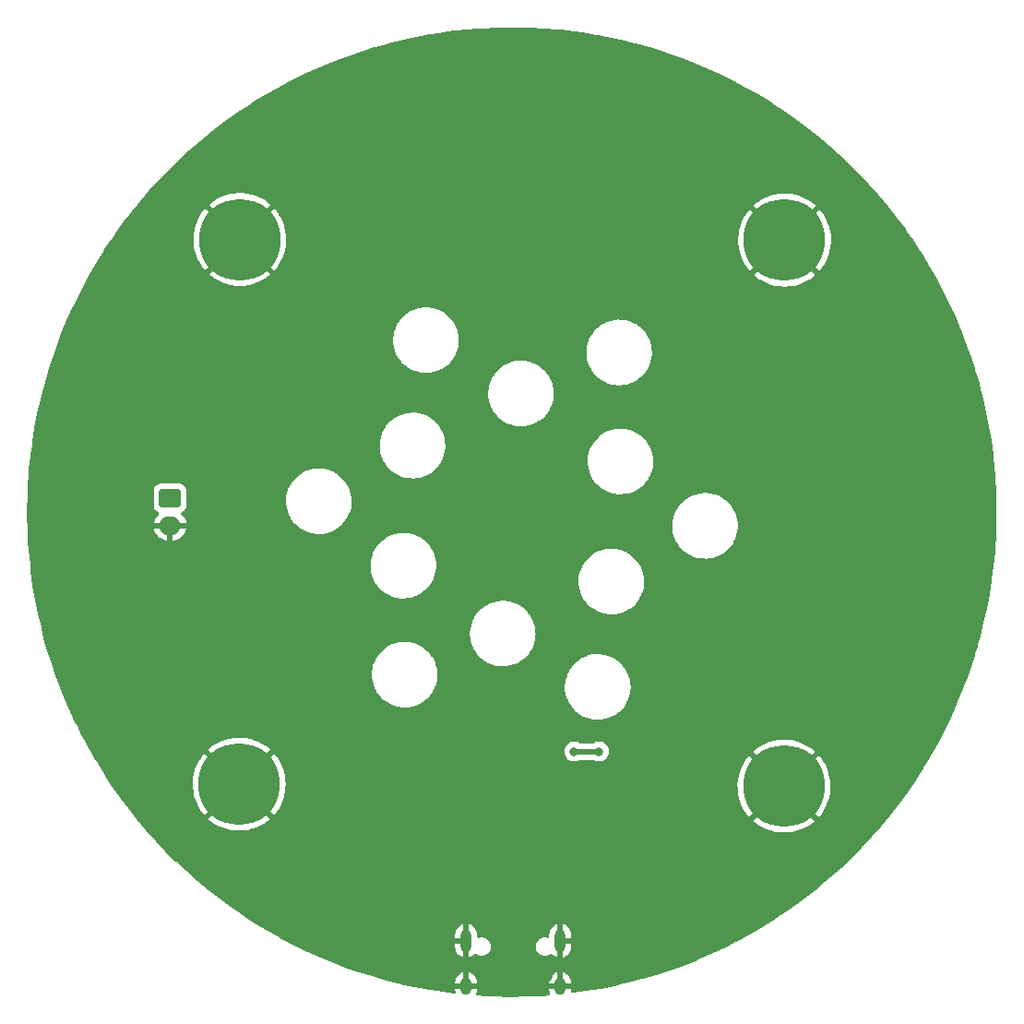
<source format=gbr>
%TF.GenerationSoftware,KiCad,Pcbnew,(6.0.10)*%
%TF.CreationDate,2023-09-07T19:24:17+02:00*%
%TF.ProjectId,Sterilization stick,53746572-696c-4697-9a61-74696f6e2073,rev?*%
%TF.SameCoordinates,Original*%
%TF.FileFunction,Copper,L2,Bot*%
%TF.FilePolarity,Positive*%
%FSLAX46Y46*%
G04 Gerber Fmt 4.6, Leading zero omitted, Abs format (unit mm)*
G04 Created by KiCad (PCBNEW (6.0.10)) date 2023-09-07 19:24:17*
%MOMM*%
%LPD*%
G01*
G04 APERTURE LIST*
G04 Aperture macros list*
%AMRoundRect*
0 Rectangle with rounded corners*
0 $1 Rounding radius*
0 $2 $3 $4 $5 $6 $7 $8 $9 X,Y pos of 4 corners*
0 Add a 4 corners polygon primitive as box body*
4,1,4,$2,$3,$4,$5,$6,$7,$8,$9,$2,$3,0*
0 Add four circle primitives for the rounded corners*
1,1,$1+$1,$2,$3*
1,1,$1+$1,$4,$5*
1,1,$1+$1,$6,$7*
1,1,$1+$1,$8,$9*
0 Add four rect primitives between the rounded corners*
20,1,$1+$1,$2,$3,$4,$5,0*
20,1,$1+$1,$4,$5,$6,$7,0*
20,1,$1+$1,$6,$7,$8,$9,0*
20,1,$1+$1,$8,$9,$2,$3,0*%
G04 Aperture macros list end*
%TA.AperFunction,ComponentPad*%
%ADD10O,1.000000X2.100000*%
%TD*%
%TA.AperFunction,ComponentPad*%
%ADD11O,1.000000X1.600000*%
%TD*%
%TA.AperFunction,ComponentPad*%
%ADD12C,7.500000*%
%TD*%
%TA.AperFunction,ComponentPad*%
%ADD13RoundRect,0.250000X-0.750000X0.600000X-0.750000X-0.600000X0.750000X-0.600000X0.750000X0.600000X0*%
%TD*%
%TA.AperFunction,ComponentPad*%
%ADD14O,2.000000X1.700000*%
%TD*%
%TA.AperFunction,ViaPad*%
%ADD15C,0.800000*%
%TD*%
%TA.AperFunction,Conductor*%
%ADD16C,0.500000*%
%TD*%
G04 APERTURE END LIST*
D10*
%TO.P,USB1,13,SHIELD*%
%TO.N,GND*%
X161927000Y-142712000D03*
D11*
X153287000Y-146892000D03*
X161927000Y-146892000D03*
D10*
X153287000Y-142712000D03*
%TD*%
D12*
%TO.P,H1,1,1*%
%TO.N,GND*%
X182449968Y-128524000D03*
%TD*%
%TO.P,H2,1,1*%
%TO.N,GND*%
X132510032Y-78347968D03*
%TD*%
%TO.P,H3,1,1*%
%TO.N,GND*%
X132449968Y-128347968D03*
%TD*%
%TO.P,H4,1,1*%
%TO.N,GND*%
X182510032Y-78408032D03*
%TD*%
D13*
%TO.P,J1,1,Pin_1*%
%TO.N,5V*%
X126111000Y-102108000D03*
D14*
%TO.P,J1,2,Pin_2*%
%TO.N,GND*%
X126111000Y-104608000D03*
%TD*%
D15*
%TO.N,GND*%
X162229800Y-104216200D03*
X129667000Y-90170000D03*
X170434000Y-104267000D03*
X136398000Y-72517000D03*
X155067000Y-132080000D03*
X140081000Y-94742000D03*
X195707000Y-94615000D03*
X153797000Y-69215000D03*
X153187400Y-123317000D03*
X160147000Y-129540000D03*
X168402000Y-105283000D03*
X127127000Y-92710000D03*
X157607000Y-129540000D03*
X161417000Y-61595000D03*
X156387800Y-120065800D03*
X166624000Y-129794000D03*
X154863800Y-83540600D03*
X122047000Y-114935000D03*
X155067000Y-102235000D03*
X152781000Y-92964000D03*
X188087000Y-89535000D03*
X122047000Y-120015000D03*
X139065000Y-97917000D03*
X163957000Y-66675000D03*
X154813000Y-76581000D03*
X188087000Y-92075000D03*
X122047000Y-95250000D03*
X185547000Y-92075000D03*
X190627000Y-86995000D03*
X188849000Y-117475000D03*
X193929000Y-112395000D03*
X155067000Y-103251000D03*
X145923000Y-102743000D03*
X132969000Y-134366000D03*
X152831800Y-82524600D03*
X158877000Y-69215000D03*
X152019000Y-114681000D03*
X197104000Y-103505000D03*
X151765000Y-93980000D03*
X191389000Y-114935000D03*
X140589000Y-88773000D03*
X156337000Y-86995000D03*
X141147800Y-109804200D03*
X196469000Y-112395000D03*
X154863800Y-84556600D03*
X188849000Y-122555000D03*
X140081000Y-96901000D03*
X170002200Y-118897400D03*
X135001000Y-136398000D03*
X177266600Y-93802200D03*
X152781000Y-91948000D03*
X122047000Y-87630000D03*
X153797000Y-64135000D03*
X170002200Y-119913400D03*
X153187400Y-124333000D03*
X190627000Y-89535000D03*
X140208000Y-92075000D03*
X170434000Y-105283000D03*
X153035000Y-104267000D03*
X196469000Y-122555000D03*
X168402000Y-104267000D03*
X154051000Y-103251000D03*
X155829000Y-136118600D03*
X168402000Y-103251000D03*
X142621000Y-89789000D03*
X129667000Y-122555000D03*
X169291000Y-128143000D03*
X157403800Y-121071094D03*
X158419800Y-119049800D03*
X122047000Y-97790000D03*
X151003000Y-112649000D03*
X140131800Y-109804200D03*
X122047000Y-122555000D03*
X140081000Y-95885000D03*
X173659800Y-90957400D03*
X175691800Y-88925400D03*
X198120000Y-102489000D03*
X140589000Y-89789000D03*
X163957000Y-69215000D03*
X196469000Y-117475000D03*
X129667000Y-92710000D03*
X156337000Y-61595000D03*
X158877000Y-61595000D03*
X161213800Y-104267000D03*
X149987000Y-114681000D03*
X160147000Y-132080000D03*
X161417000Y-64135000D03*
X158877000Y-71755000D03*
X188087000Y-94615000D03*
X133985000Y-135382000D03*
X158369000Y-86995000D03*
X127127000Y-120015000D03*
X188849000Y-112395000D03*
X162229800Y-102184200D03*
X172212000Y-143510000D03*
X135001000Y-135382000D03*
X175691800Y-90957400D03*
X155702000Y-144780000D03*
X157480088Y-83378000D03*
X172440600Y-109855000D03*
X171018200Y-118897400D03*
X165862000Y-143510000D03*
X127127000Y-112395000D03*
X191389000Y-112395000D03*
X153797000Y-130810000D03*
X186309000Y-114935000D03*
X134366000Y-71501000D03*
X195707000Y-89535000D03*
X158419800Y-121081800D03*
X158369000Y-85979000D03*
X160197800Y-102184200D03*
X146939000Y-101727000D03*
X129667000Y-117475000D03*
X156337000Y-88011000D03*
X158242000Y-144780000D03*
X193929000Y-122555000D03*
X160147000Y-130810000D03*
X144907000Y-101727000D03*
X151003000Y-113665000D03*
X188849000Y-114935000D03*
X139115800Y-108788200D03*
X193167000Y-92075000D03*
X150622000Y-143510000D03*
X163957000Y-71755000D03*
X190627000Y-92075000D03*
X195707000Y-86995000D03*
X127127000Y-122555000D03*
X153797000Y-91948000D03*
X157708600Y-103251000D03*
X196469000Y-120015000D03*
X140131800Y-110820200D03*
X160197800Y-104216200D03*
X124587000Y-112395000D03*
X174828200Y-94513400D03*
X122047000Y-117475000D03*
X154051000Y-102235000D03*
X135382000Y-72517000D03*
X174472600Y-109855000D03*
X122047000Y-112395000D03*
X151892000Y-143510000D03*
X156387800Y-121081800D03*
X136398000Y-70485000D03*
X198120000Y-104521000D03*
X124587000Y-90170000D03*
X141605000Y-89789000D03*
X152019000Y-112649000D03*
X193929000Y-120015000D03*
X139115800Y-109804200D03*
X162229800Y-103200200D03*
X144907000Y-103759000D03*
X158877000Y-132080000D03*
X160782000Y-144780000D03*
X149352000Y-143510000D03*
X119507000Y-97790000D03*
X161417000Y-69215000D03*
X164592000Y-128651000D03*
X168402000Y-143510000D03*
X156337000Y-64135000D03*
X199136000Y-103505000D03*
X124587000Y-95250000D03*
X124587000Y-97790000D03*
X174675800Y-89941400D03*
X191389000Y-122555000D03*
X151765000Y-91948000D03*
X158419800Y-120065800D03*
X141097000Y-97917000D03*
X196469000Y-114935000D03*
X157353000Y-86995000D03*
X141605000Y-88773000D03*
X133985000Y-134366000D03*
X173456600Y-110871000D03*
X153797000Y-61595000D03*
X157607000Y-130810000D03*
X156387800Y-119049800D03*
X146939000Y-103759000D03*
X141147800Y-110820200D03*
X178282600Y-92786200D03*
X159283400Y-136017000D03*
X177266600Y-92786200D03*
X140159536Y-93377924D03*
X139065000Y-95885000D03*
X119507000Y-90170000D03*
X165481000Y-128651000D03*
X172440600Y-110871000D03*
X156337000Y-129540000D03*
X178356038Y-94807494D03*
X174777400Y-92176600D03*
X154203400Y-124333000D03*
X127127000Y-97790000D03*
X186309000Y-120015000D03*
X163957000Y-64135000D03*
X132969000Y-135382000D03*
X170434000Y-103251000D03*
X156337000Y-130810000D03*
X193929000Y-114935000D03*
X156337000Y-66675000D03*
X157403800Y-120065800D03*
X161213800Y-102184200D03*
X135382000Y-70485000D03*
X145923000Y-103759000D03*
X149987000Y-113665000D03*
X124587000Y-120015000D03*
X171018200Y-120929400D03*
X190627000Y-94615000D03*
X127127000Y-95250000D03*
X157607000Y-132080000D03*
X159512000Y-146050000D03*
X158369000Y-88011000D03*
X153847800Y-82524600D03*
X188087000Y-86995000D03*
X191389000Y-120015000D03*
X185547000Y-86995000D03*
X156337000Y-85979000D03*
X152171400Y-122301000D03*
X155702000Y-146050000D03*
X155067000Y-104267000D03*
X153035000Y-103251000D03*
X153797000Y-66675000D03*
X124587000Y-87630000D03*
X140131800Y-108788200D03*
X185547000Y-97155000D03*
X163957000Y-61595000D03*
X124587000Y-117475000D03*
X161417000Y-71755000D03*
X140589000Y-90805000D03*
X153797000Y-132080000D03*
X188849000Y-120015000D03*
X157403800Y-119049800D03*
X174472600Y-110871000D03*
X157480000Y-84328000D03*
X127127000Y-87630000D03*
X169418000Y-104267000D03*
X169672000Y-143510000D03*
X151765000Y-92964000D03*
X156337000Y-132080000D03*
X153797000Y-71755000D03*
X144907000Y-102743000D03*
X153035000Y-102235000D03*
X136398000Y-71501000D03*
X193167000Y-94615000D03*
X153797000Y-92964000D03*
X169418000Y-103251000D03*
X153847800Y-83540600D03*
X142621000Y-88773000D03*
X172034200Y-119913400D03*
X156972000Y-144780000D03*
X141147800Y-108788200D03*
X193929000Y-117475000D03*
X199136000Y-102489000D03*
X190627000Y-97155000D03*
X193167000Y-86995000D03*
X172440600Y-108839000D03*
X152831800Y-83540600D03*
X129667000Y-87630000D03*
X156337000Y-71755000D03*
X127127000Y-114935000D03*
X173659800Y-88925400D03*
X173456600Y-108839000D03*
X158877000Y-129540000D03*
X155067000Y-130810000D03*
X141097000Y-95885000D03*
X119507000Y-92710000D03*
X154203400Y-122301000D03*
X129667000Y-97790000D03*
X170942000Y-143510000D03*
X159512000Y-144780000D03*
X132969000Y-136398000D03*
X124587000Y-122555000D03*
X157353000Y-88011000D03*
X156972000Y-146050000D03*
X152781000Y-94005400D03*
X158242000Y-146050000D03*
X129667000Y-120015000D03*
X122047000Y-90170000D03*
X158877000Y-66675000D03*
X140182600Y-113207800D03*
X142621000Y-90805000D03*
X170002200Y-120929400D03*
X198120000Y-103505000D03*
X191389000Y-117475000D03*
X124587000Y-114935000D03*
X153797000Y-93980000D03*
X167132000Y-143510000D03*
X124587000Y-92710000D03*
X141605000Y-90805000D03*
X145923000Y-101727000D03*
X171577000Y-131699000D03*
X177266600Y-94818200D03*
X134366000Y-72517000D03*
X135001000Y-134366000D03*
X129667000Y-114935000D03*
X146939000Y-102743000D03*
X134366000Y-70485000D03*
X141097000Y-96901000D03*
X140081000Y-97917000D03*
X133985000Y-136398000D03*
X127127000Y-90170000D03*
X178282600Y-93802200D03*
X186309000Y-112395000D03*
X152171400Y-124333000D03*
X148082000Y-143510000D03*
X197104000Y-104521000D03*
X146812000Y-143510000D03*
X188087000Y-97155000D03*
X174675800Y-90957400D03*
X155067000Y-129540000D03*
X152831800Y-84556600D03*
X175691800Y-89941400D03*
X139065000Y-96901000D03*
X193167000Y-89535000D03*
X173659800Y-89941400D03*
X195707000Y-97155000D03*
X199136000Y-104521000D03*
X149987000Y-112649000D03*
X193167000Y-97155000D03*
X174800552Y-93378076D03*
X139115800Y-110820200D03*
X153187400Y-122301000D03*
X154203400Y-123317000D03*
X172034200Y-120929400D03*
X127127000Y-117475000D03*
X186309000Y-117475000D03*
X152019000Y-113665000D03*
X154863800Y-82524600D03*
X171018200Y-119913400D03*
X157480000Y-82423000D03*
X158877000Y-64135000D03*
X129667000Y-95250000D03*
X186309000Y-122555000D03*
X158877000Y-130810000D03*
X119507000Y-87630000D03*
X195707000Y-92075000D03*
X153797000Y-129540000D03*
X174675800Y-88925400D03*
X153847800Y-84556600D03*
X161213800Y-103200200D03*
X129667000Y-112395000D03*
X135382000Y-71501000D03*
X161417000Y-66675000D03*
X185547000Y-94615000D03*
X169418000Y-105283000D03*
X160782000Y-146050000D03*
X119507000Y-95250000D03*
X152171400Y-123317000D03*
X173456600Y-109855000D03*
X160197800Y-103200200D03*
X197104000Y-102489000D03*
X122047000Y-92710000D03*
X157353000Y-85979000D03*
X172034200Y-118897400D03*
X154051000Y-104267000D03*
X156337000Y-69215000D03*
X151003000Y-114670294D03*
X185547000Y-89535000D03*
X174472600Y-108839000D03*
%TO.N,8V*%
X165481000Y-125349000D03*
X163195000Y-125349000D03*
%TD*%
D16*
%TO.N,8V*%
X163195000Y-125349000D02*
X165481000Y-125349000D01*
%TD*%
%TA.AperFunction,Conductor*%
%TO.N,GND*%
G36*
X157997103Y-58894354D02*
G01*
X158720419Y-58903823D01*
X158724106Y-58903925D01*
X159605309Y-58941629D01*
X160039236Y-58960195D01*
X160042968Y-58960410D01*
X160699400Y-59008039D01*
X161355844Y-59055670D01*
X161359544Y-59055994D01*
X162014273Y-59123076D01*
X162668990Y-59190157D01*
X162672703Y-59190593D01*
X163150674Y-59253943D01*
X163977615Y-59363546D01*
X163981269Y-59364086D01*
X165280508Y-59575680D01*
X165284172Y-59576334D01*
X165424477Y-59603479D01*
X166576520Y-59826371D01*
X166580179Y-59827136D01*
X167864488Y-60115390D01*
X167868123Y-60116262D01*
X168444545Y-60263726D01*
X169143395Y-60442510D01*
X169146954Y-60443476D01*
X170104732Y-60719019D01*
X170411987Y-60807413D01*
X170415564Y-60808500D01*
X171669187Y-61209789D01*
X171672730Y-61210981D01*
X172913958Y-61649303D01*
X172917464Y-61650601D01*
X174145055Y-62125522D01*
X174148521Y-62126922D01*
X175361549Y-62638077D01*
X175364972Y-62639580D01*
X176562252Y-63186475D01*
X176565629Y-63188078D01*
X177746199Y-63770270D01*
X177749527Y-63771973D01*
X178912293Y-64388925D01*
X178915569Y-64390726D01*
X180059511Y-65041897D01*
X180062731Y-65043793D01*
X181186876Y-65728629D01*
X181190002Y-65730597D01*
X181611168Y-66004628D01*
X182293370Y-66448502D01*
X182296453Y-66450574D01*
X183378052Y-67200906D01*
X183381020Y-67203032D01*
X184439817Y-67985072D01*
X184442791Y-67987337D01*
X185477950Y-68800465D01*
X185480855Y-68802818D01*
X186491389Y-69646258D01*
X186494213Y-69648686D01*
X186607336Y-69748945D01*
X187479323Y-70521772D01*
X187482084Y-70524293D01*
X188440843Y-71426204D01*
X188443528Y-71428806D01*
X189375108Y-72358762D01*
X189377714Y-72361442D01*
X190281282Y-73318608D01*
X190283798Y-73321353D01*
X191107387Y-74247355D01*
X191158617Y-74304955D01*
X191161054Y-74307780D01*
X192006289Y-75316879D01*
X192008593Y-75319713D01*
X192597233Y-76066400D01*
X192823536Y-76353464D01*
X192825807Y-76356434D01*
X193609710Y-77413887D01*
X193611891Y-77416923D01*
X193743812Y-77606379D01*
X194310935Y-78420844D01*
X194364062Y-78497142D01*
X194366143Y-78500228D01*
X194862066Y-79259521D01*
X195085940Y-79602289D01*
X195087926Y-79605430D01*
X195240409Y-79854748D01*
X195774730Y-80728392D01*
X195776633Y-80731610D01*
X196429791Y-81874400D01*
X196431598Y-81877673D01*
X197050594Y-83039388D01*
X197052303Y-83042712D01*
X197636566Y-84222286D01*
X197638151Y-84225612D01*
X198185332Y-85418005D01*
X198187141Y-85421948D01*
X198188639Y-85425343D01*
X198663445Y-86546634D01*
X198701927Y-86637513D01*
X198703333Y-86640977D01*
X198736483Y-86726223D01*
X199169216Y-87838992D01*
X199180406Y-87867768D01*
X199181704Y-87871257D01*
X199574529Y-88977492D01*
X199622176Y-89111672D01*
X199623369Y-89115195D01*
X199998358Y-90279657D01*
X200026860Y-90368164D01*
X200027949Y-90371726D01*
X200074207Y-90531468D01*
X200394090Y-91636112D01*
X200395076Y-91639717D01*
X200521738Y-92131252D01*
X200676710Y-92732644D01*
X200723536Y-92914361D01*
X200724412Y-92917984D01*
X200747788Y-93021289D01*
X201014919Y-94201838D01*
X201015690Y-94205496D01*
X201267980Y-95497398D01*
X201268642Y-95501077D01*
X201482493Y-96799882D01*
X201483046Y-96803580D01*
X201658279Y-98108198D01*
X201658720Y-98111906D01*
X201794326Y-99413023D01*
X201795165Y-99421076D01*
X201795496Y-99424782D01*
X201821593Y-99775950D01*
X201893050Y-100737530D01*
X201893271Y-100741262D01*
X201908372Y-101080340D01*
X201951307Y-102044371D01*
X201951835Y-102056233D01*
X201951945Y-102059949D01*
X201956642Y-102376513D01*
X201971475Y-103376342D01*
X201971481Y-103379640D01*
X201967170Y-103759626D01*
X201960593Y-104339420D01*
X201960067Y-104385760D01*
X201959987Y-104389022D01*
X201910964Y-105694848D01*
X201910597Y-105704616D01*
X201910402Y-105708343D01*
X201861834Y-106430040D01*
X201822016Y-107021724D01*
X201821709Y-107025450D01*
X201694408Y-108335536D01*
X201693992Y-108339251D01*
X201548846Y-109480202D01*
X201527873Y-109645062D01*
X201527349Y-109648743D01*
X201323325Y-110944220D01*
X201322569Y-110949018D01*
X201321937Y-110952678D01*
X201152240Y-111855088D01*
X201078661Y-112246365D01*
X201077916Y-112250024D01*
X200955509Y-112809091D01*
X200796391Y-113535823D01*
X200795538Y-113539463D01*
X200475967Y-114816440D01*
X200475005Y-114820052D01*
X200272842Y-115536871D01*
X200127757Y-116051306D01*
X200117718Y-116086900D01*
X200116654Y-116090470D01*
X200000854Y-116458860D01*
X199721931Y-117346190D01*
X199720758Y-117349739D01*
X199288943Y-118593234D01*
X199287664Y-118596747D01*
X199081160Y-119138948D01*
X198820477Y-119823404D01*
X198819173Y-119826827D01*
X198817798Y-119830284D01*
X198332212Y-120999704D01*
X198312994Y-121045986D01*
X198311514Y-121049406D01*
X198230217Y-121229878D01*
X197770877Y-122249574D01*
X197769291Y-122252959D01*
X197193308Y-123436520D01*
X197191623Y-123439857D01*
X196580754Y-124605863D01*
X196578970Y-124609148D01*
X195933791Y-125756495D01*
X195931910Y-125759726D01*
X195773434Y-126022955D01*
X195285268Y-126833797D01*
X195252998Y-126887397D01*
X195251038Y-126890547D01*
X194909841Y-127420996D01*
X194538925Y-127997649D01*
X194536856Y-128000762D01*
X193792247Y-129086204D01*
X193790087Y-129089256D01*
X193013584Y-130152158D01*
X193011334Y-130155143D01*
X192203678Y-131194492D01*
X192201341Y-131197410D01*
X191363172Y-132212386D01*
X191360749Y-132215233D01*
X190492844Y-133204888D01*
X190490338Y-133207661D01*
X189593473Y-134171115D01*
X189590885Y-134173814D01*
X188665821Y-135110250D01*
X188663155Y-135112870D01*
X187710715Y-136021452D01*
X187707972Y-136023992D01*
X186728993Y-136903924D01*
X186726176Y-136906381D01*
X185721539Y-137756869D01*
X185718658Y-137759236D01*
X185349923Y-138053066D01*
X184689213Y-138579560D01*
X184686255Y-138581846D01*
X183632964Y-139371244D01*
X183629939Y-139373442D01*
X182553620Y-140131294D01*
X182550532Y-140133400D01*
X182169596Y-140385059D01*
X181452256Y-140858956D01*
X181449161Y-140860936D01*
X180894653Y-141204076D01*
X180329812Y-141553610D01*
X180326604Y-141555530D01*
X179187236Y-142214671D01*
X179183973Y-142216495D01*
X178025528Y-142841557D01*
X178022212Y-142843283D01*
X177689618Y-143010197D01*
X177134469Y-143288802D01*
X176845750Y-143433697D01*
X176842384Y-143435324D01*
X175648950Y-143990564D01*
X175645538Y-143992091D01*
X175550774Y-144032805D01*
X174436065Y-144511722D01*
X174432650Y-144513128D01*
X174314361Y-144559843D01*
X173208382Y-144996614D01*
X173204886Y-144997936D01*
X171966752Y-145444913D01*
X171963251Y-145446119D01*
X170712402Y-145856167D01*
X170708834Y-145857277D01*
X169507719Y-146211924D01*
X169446465Y-146230010D01*
X169442871Y-146231014D01*
X168169897Y-146566160D01*
X168166296Y-146567052D01*
X167397540Y-146745240D01*
X166883977Y-146864277D01*
X166880323Y-146865067D01*
X165589755Y-147124120D01*
X165586079Y-147124801D01*
X164288416Y-147345449D01*
X164284726Y-147346020D01*
X163063168Y-147516612D01*
X162992935Y-147506224D01*
X162939468Y-147459514D01*
X162919742Y-147391313D01*
X162920526Y-147377778D01*
X162934607Y-147252239D01*
X162935000Y-147245215D01*
X162935000Y-147164115D01*
X162930525Y-147148876D01*
X162929135Y-147147671D01*
X162921452Y-147146000D01*
X160937115Y-147146000D01*
X160921876Y-147150475D01*
X160920671Y-147151865D01*
X160919000Y-147159548D01*
X160919000Y-147238657D01*
X160919301Y-147244805D01*
X160932812Y-147382603D01*
X160935194Y-147394635D01*
X160988982Y-147572785D01*
X160989523Y-147643780D01*
X160951596Y-147703797D01*
X160887242Y-147733781D01*
X160878355Y-147734807D01*
X160352995Y-147776615D01*
X160349265Y-147776856D01*
X159034616Y-147842303D01*
X159030880Y-147842434D01*
X158347811Y-147856146D01*
X157714797Y-147868853D01*
X157711076Y-147868872D01*
X156853142Y-147860636D01*
X156394858Y-147856237D01*
X156391120Y-147856146D01*
X156164452Y-147847240D01*
X155075801Y-147804467D01*
X155072117Y-147804267D01*
X154329960Y-147753021D01*
X154263380Y-147728375D01*
X154220694Y-147671644D01*
X154215455Y-147600841D01*
X154218539Y-147589222D01*
X154275881Y-147408459D01*
X154278430Y-147396468D01*
X154294607Y-147252239D01*
X154295000Y-147245215D01*
X154295000Y-147164115D01*
X154290525Y-147148876D01*
X154289135Y-147147671D01*
X154281452Y-147146000D01*
X152297115Y-147146000D01*
X152281876Y-147150475D01*
X152280671Y-147151865D01*
X152279000Y-147159548D01*
X152279000Y-147238657D01*
X152279301Y-147244805D01*
X152292812Y-147382610D01*
X152295658Y-147396982D01*
X152289268Y-147467690D01*
X152245665Y-147523719D01*
X152178692Y-147547280D01*
X152155939Y-147546420D01*
X151136030Y-147414862D01*
X151132374Y-147414334D01*
X150029419Y-147238657D01*
X149832488Y-147207290D01*
X149828805Y-147206648D01*
X149101440Y-147068553D01*
X148535560Y-146961117D01*
X148531915Y-146960369D01*
X147246562Y-146676590D01*
X147242929Y-146675731D01*
X147196033Y-146663908D01*
X147021415Y-146619885D01*
X152279000Y-146619885D01*
X152283475Y-146635124D01*
X152284865Y-146636329D01*
X152292548Y-146638000D01*
X153014885Y-146638000D01*
X153030124Y-146633525D01*
X153031329Y-146632135D01*
X153033000Y-146624452D01*
X153033000Y-146619885D01*
X153541000Y-146619885D01*
X153545475Y-146635124D01*
X153546865Y-146636329D01*
X153554548Y-146638000D01*
X154276885Y-146638000D01*
X154292124Y-146633525D01*
X154293329Y-146632135D01*
X154295000Y-146624452D01*
X154295000Y-146619885D01*
X160919000Y-146619885D01*
X160923475Y-146635124D01*
X160924865Y-146636329D01*
X160932548Y-146638000D01*
X161654885Y-146638000D01*
X161670124Y-146633525D01*
X161671329Y-146632135D01*
X161673000Y-146624452D01*
X161673000Y-146619885D01*
X162181000Y-146619885D01*
X162185475Y-146635124D01*
X162186865Y-146636329D01*
X162194548Y-146638000D01*
X162916885Y-146638000D01*
X162932124Y-146633525D01*
X162933329Y-146632135D01*
X162935000Y-146624452D01*
X162935000Y-146545343D01*
X162934699Y-146539195D01*
X162921188Y-146401397D01*
X162918805Y-146389362D01*
X162865233Y-146211924D01*
X162860559Y-146200584D01*
X162773540Y-146036923D01*
X162766751Y-146026706D01*
X162649603Y-145883067D01*
X162640959Y-145874363D01*
X162498144Y-145756216D01*
X162487973Y-145749356D01*
X162324924Y-145661196D01*
X162313619Y-145656444D01*
X162198308Y-145620750D01*
X162184205Y-145620544D01*
X162181000Y-145627299D01*
X162181000Y-146619885D01*
X161673000Y-146619885D01*
X161673000Y-145634076D01*
X161669027Y-145620545D01*
X161661232Y-145619425D01*
X161553479Y-145651138D01*
X161542111Y-145655731D01*
X161377846Y-145741607D01*
X161367585Y-145748321D01*
X161223127Y-145864468D01*
X161214368Y-145873046D01*
X161095222Y-146015039D01*
X161088292Y-146025159D01*
X160998998Y-146187585D01*
X160994166Y-146198858D01*
X160938120Y-146375538D01*
X160935570Y-146387532D01*
X160919393Y-146531761D01*
X160919000Y-146538785D01*
X160919000Y-146619885D01*
X154295000Y-146619885D01*
X154295000Y-146545343D01*
X154294699Y-146539195D01*
X154281188Y-146401397D01*
X154278805Y-146389362D01*
X154225233Y-146211924D01*
X154220559Y-146200584D01*
X154133540Y-146036923D01*
X154126751Y-146026706D01*
X154009603Y-145883067D01*
X154000959Y-145874363D01*
X153858144Y-145756216D01*
X153847973Y-145749356D01*
X153684924Y-145661196D01*
X153673619Y-145656444D01*
X153558308Y-145620750D01*
X153544205Y-145620544D01*
X153541000Y-145627299D01*
X153541000Y-146619885D01*
X153033000Y-146619885D01*
X153033000Y-145634076D01*
X153029027Y-145620545D01*
X153021232Y-145619425D01*
X152913479Y-145651138D01*
X152902111Y-145655731D01*
X152737846Y-145741607D01*
X152727585Y-145748321D01*
X152583127Y-145864468D01*
X152574368Y-145873046D01*
X152455222Y-146015039D01*
X152448292Y-146025159D01*
X152358998Y-146187585D01*
X152354166Y-146198858D01*
X152298120Y-146375538D01*
X152295570Y-146387532D01*
X152279393Y-146531761D01*
X152279000Y-146538785D01*
X152279000Y-146619885D01*
X147021415Y-146619885D01*
X145966523Y-146353935D01*
X145962969Y-146352983D01*
X144696683Y-145993467D01*
X144693152Y-145992408D01*
X143438077Y-145595479D01*
X143434534Y-145594300D01*
X143386083Y-145577380D01*
X142191802Y-145160319D01*
X142188337Y-145159051D01*
X140959039Y-144688397D01*
X140955572Y-144687011D01*
X139740796Y-144180104D01*
X139737368Y-144178614D01*
X138964505Y-143828841D01*
X138538132Y-143635878D01*
X138534759Y-143634291D01*
X137868586Y-143308657D01*
X152279000Y-143308657D01*
X152279301Y-143314805D01*
X152292812Y-143452603D01*
X152295195Y-143464638D01*
X152348767Y-143642076D01*
X152353441Y-143653416D01*
X152440460Y-143817077D01*
X152447249Y-143827294D01*
X152564397Y-143970933D01*
X152573041Y-143979637D01*
X152715856Y-144097784D01*
X152726027Y-144104644D01*
X152889076Y-144192804D01*
X152900381Y-144197556D01*
X153015692Y-144233250D01*
X153029795Y-144233456D01*
X153033000Y-144226701D01*
X153033000Y-144219924D01*
X153541000Y-144219924D01*
X153544973Y-144233455D01*
X153552768Y-144234575D01*
X153660521Y-144202862D01*
X153671889Y-144198269D01*
X153836154Y-144112393D01*
X153846415Y-144105679D01*
X153990873Y-143989532D01*
X153999632Y-143980954D01*
X154044000Y-143928079D01*
X154103110Y-143888752D01*
X154174098Y-143887626D01*
X154217048Y-143908972D01*
X154282678Y-143959150D01*
X154369372Y-143999576D01*
X154440631Y-144032805D01*
X154440634Y-144032806D01*
X154446808Y-144035685D01*
X154453456Y-144037171D01*
X154453459Y-144037172D01*
X154559421Y-144060857D01*
X154623543Y-144075190D01*
X154629088Y-144075500D01*
X154762244Y-144075500D01*
X154897037Y-144060857D01*
X155015190Y-144021094D01*
X155062204Y-144005272D01*
X155062206Y-144005271D01*
X155068675Y-144003094D01*
X155223905Y-143909823D01*
X155228862Y-143905135D01*
X155228865Y-143905133D01*
X155350527Y-143790082D01*
X155350529Y-143790080D01*
X155355485Y-143785393D01*
X155359317Y-143779755D01*
X155359320Y-143779751D01*
X155453442Y-143641255D01*
X155457277Y-143635612D01*
X155524530Y-143467466D01*
X155525644Y-143460738D01*
X155525645Y-143460734D01*
X155552993Y-143295539D01*
X155552993Y-143295536D01*
X155554108Y-143288802D01*
X155549203Y-143195198D01*
X159659892Y-143195198D01*
X159660249Y-143202015D01*
X159660249Y-143202019D01*
X159665151Y-143295539D01*
X159669370Y-143376047D01*
X159671181Y-143382620D01*
X159671181Y-143382623D01*
X159693772Y-143464638D01*
X159717461Y-143550641D01*
X159801922Y-143710836D01*
X159806327Y-143716049D01*
X159806330Y-143716053D01*
X159914406Y-143843943D01*
X159914410Y-143843947D01*
X159918813Y-143849157D01*
X159924237Y-143853304D01*
X159924238Y-143853305D01*
X160057257Y-143955006D01*
X160057261Y-143955009D01*
X160062678Y-143959150D01*
X160149372Y-143999576D01*
X160220631Y-144032805D01*
X160220634Y-144032806D01*
X160226808Y-144035685D01*
X160233456Y-144037171D01*
X160233459Y-144037172D01*
X160339421Y-144060857D01*
X160403543Y-144075190D01*
X160409088Y-144075500D01*
X160542244Y-144075500D01*
X160677037Y-144060857D01*
X160795190Y-144021094D01*
X160842204Y-144005272D01*
X160842206Y-144005271D01*
X160848675Y-144003094D01*
X161000651Y-143911778D01*
X161000654Y-143911777D01*
X161003905Y-143909823D01*
X161004255Y-143910406D01*
X161065917Y-143886935D01*
X161135391Y-143901561D01*
X161173391Y-143932915D01*
X161204397Y-143970933D01*
X161213041Y-143979637D01*
X161355856Y-144097784D01*
X161366027Y-144104644D01*
X161529076Y-144192804D01*
X161540381Y-144197556D01*
X161655692Y-144233250D01*
X161669795Y-144233456D01*
X161673000Y-144226701D01*
X161673000Y-144219924D01*
X162181000Y-144219924D01*
X162184973Y-144233455D01*
X162192768Y-144234575D01*
X162300521Y-144202862D01*
X162311889Y-144198269D01*
X162476154Y-144112393D01*
X162486415Y-144105679D01*
X162630873Y-143989532D01*
X162639632Y-143980954D01*
X162758778Y-143838961D01*
X162765708Y-143828841D01*
X162855002Y-143666415D01*
X162859834Y-143655142D01*
X162915880Y-143478462D01*
X162918430Y-143466468D01*
X162934607Y-143322239D01*
X162935000Y-143315215D01*
X162935000Y-142984115D01*
X162930525Y-142968876D01*
X162929135Y-142967671D01*
X162921452Y-142966000D01*
X162199115Y-142966000D01*
X162183876Y-142970475D01*
X162182671Y-142971865D01*
X162181000Y-142979548D01*
X162181000Y-144219924D01*
X161673000Y-144219924D01*
X161673000Y-142439885D01*
X162181000Y-142439885D01*
X162185475Y-142455124D01*
X162186865Y-142456329D01*
X162194548Y-142458000D01*
X162916885Y-142458000D01*
X162932124Y-142453525D01*
X162933329Y-142452135D01*
X162935000Y-142444452D01*
X162935000Y-142115343D01*
X162934699Y-142109195D01*
X162921188Y-141971397D01*
X162918805Y-141959362D01*
X162865233Y-141781924D01*
X162860559Y-141770584D01*
X162773540Y-141606923D01*
X162766751Y-141596706D01*
X162649603Y-141453067D01*
X162640959Y-141444363D01*
X162498144Y-141326216D01*
X162487973Y-141319356D01*
X162324924Y-141231196D01*
X162313619Y-141226444D01*
X162198308Y-141190750D01*
X162184205Y-141190544D01*
X162181000Y-141197299D01*
X162181000Y-142439885D01*
X161673000Y-142439885D01*
X161673000Y-141204076D01*
X161669027Y-141190545D01*
X161661232Y-141189425D01*
X161553479Y-141221138D01*
X161542111Y-141225731D01*
X161377846Y-141311607D01*
X161367585Y-141318321D01*
X161223127Y-141434468D01*
X161214368Y-141443046D01*
X161095222Y-141585039D01*
X161088292Y-141595159D01*
X160998998Y-141757585D01*
X160994166Y-141768858D01*
X160938120Y-141945538D01*
X160935570Y-141957532D01*
X160919393Y-142101761D01*
X160919000Y-142108785D01*
X160919000Y-142324974D01*
X160898998Y-142393095D01*
X160845342Y-142439588D01*
X160775068Y-142449692D01*
X160765514Y-142447939D01*
X160595506Y-142409938D01*
X160595499Y-142409937D01*
X160590457Y-142408810D01*
X160584912Y-142408500D01*
X160451756Y-142408500D01*
X160316963Y-142423143D01*
X160198810Y-142462906D01*
X160151796Y-142478728D01*
X160151794Y-142478729D01*
X160145325Y-142480906D01*
X159990095Y-142574177D01*
X159985138Y-142578865D01*
X159985135Y-142578867D01*
X159930329Y-142630695D01*
X159858515Y-142698607D01*
X159854683Y-142704245D01*
X159854680Y-142704249D01*
X159761365Y-142841557D01*
X159756723Y-142848388D01*
X159689470Y-143016534D01*
X159688356Y-143023262D01*
X159688355Y-143023266D01*
X159661007Y-143188461D01*
X159659892Y-143195198D01*
X155549203Y-143195198D01*
X155544987Y-143114766D01*
X155544630Y-143107953D01*
X155530158Y-143055410D01*
X155498352Y-142939941D01*
X155496539Y-142933359D01*
X155412078Y-142773164D01*
X155407673Y-142767951D01*
X155407670Y-142767947D01*
X155299594Y-142640057D01*
X155299590Y-142640053D01*
X155295187Y-142634843D01*
X155289762Y-142630695D01*
X155156743Y-142528994D01*
X155156739Y-142528991D01*
X155151322Y-142524850D01*
X155007962Y-142458000D01*
X154993369Y-142451195D01*
X154993366Y-142451194D01*
X154987192Y-142448315D01*
X154980544Y-142446829D01*
X154980541Y-142446828D01*
X154815494Y-142409936D01*
X154815495Y-142409936D01*
X154810457Y-142408810D01*
X154804912Y-142408500D01*
X154671756Y-142408500D01*
X154536963Y-142423143D01*
X154530499Y-142425318D01*
X154530496Y-142425319D01*
X154484556Y-142440780D01*
X154462167Y-142448315D01*
X154461189Y-142448644D01*
X154390247Y-142451414D01*
X154329068Y-142415391D01*
X154297077Y-142352010D01*
X154295000Y-142329225D01*
X154295000Y-142115343D01*
X154294699Y-142109195D01*
X154281188Y-141971397D01*
X154278805Y-141959362D01*
X154225233Y-141781924D01*
X154220559Y-141770584D01*
X154133540Y-141606923D01*
X154126751Y-141596706D01*
X154009603Y-141453067D01*
X154000959Y-141444363D01*
X153858144Y-141326216D01*
X153847973Y-141319356D01*
X153684924Y-141231196D01*
X153673619Y-141226444D01*
X153558308Y-141190750D01*
X153544205Y-141190544D01*
X153541000Y-141197299D01*
X153541000Y-144219924D01*
X153033000Y-144219924D01*
X153033000Y-142984115D01*
X153028525Y-142968876D01*
X153027135Y-142967671D01*
X153019452Y-142966000D01*
X152297115Y-142966000D01*
X152281876Y-142970475D01*
X152280671Y-142971865D01*
X152279000Y-142979548D01*
X152279000Y-143308657D01*
X137868586Y-143308657D01*
X137352127Y-143056205D01*
X137348843Y-143054538D01*
X136183926Y-142441646D01*
X136180710Y-142439893D01*
X136180696Y-142439885D01*
X152279000Y-142439885D01*
X152283475Y-142455124D01*
X152284865Y-142456329D01*
X152292548Y-142458000D01*
X153014885Y-142458000D01*
X153030124Y-142453525D01*
X153031329Y-142452135D01*
X153033000Y-142444452D01*
X153033000Y-141204076D01*
X153029027Y-141190545D01*
X153021232Y-141189425D01*
X152913479Y-141221138D01*
X152902111Y-141225731D01*
X152737846Y-141311607D01*
X152727585Y-141318321D01*
X152583127Y-141434468D01*
X152574368Y-141443046D01*
X152455222Y-141585039D01*
X152448292Y-141595159D01*
X152358998Y-141757585D01*
X152354166Y-141768858D01*
X152298120Y-141945538D01*
X152295570Y-141957532D01*
X152279393Y-142101761D01*
X152279000Y-142108785D01*
X152279000Y-142439885D01*
X136180696Y-142439885D01*
X135034413Y-141792669D01*
X135031218Y-141790801D01*
X133904695Y-141109898D01*
X133901537Y-141107925D01*
X133349334Y-140751372D01*
X132795697Y-140393893D01*
X132792602Y-140391829D01*
X132414230Y-140131294D01*
X131708427Y-139645301D01*
X131705391Y-139643143D01*
X131688642Y-139630862D01*
X130643858Y-138864795D01*
X130640930Y-138862581D01*
X129602933Y-138053066D01*
X129600020Y-138050724D01*
X128586524Y-137210797D01*
X128583681Y-137208369D01*
X128239159Y-136905166D01*
X127595504Y-136338706D01*
X127592774Y-136336229D01*
X126630888Y-135437684D01*
X126628194Y-135435092D01*
X125693356Y-134508377D01*
X125690741Y-134505706D01*
X124783855Y-133551716D01*
X124781319Y-133548969D01*
X123903082Y-132568437D01*
X123900630Y-132565616D01*
X123051895Y-131559496D01*
X123049527Y-131556603D01*
X123031899Y-131534402D01*
X129628889Y-131534402D01*
X129635676Y-131544103D01*
X129834991Y-131714333D01*
X129839677Y-131717968D01*
X130163410Y-131945491D01*
X130168400Y-131948658D01*
X130512109Y-132144707D01*
X130517390Y-132147397D01*
X130878021Y-132310228D01*
X130883512Y-132312402D01*
X131257874Y-132440575D01*
X131263558Y-132442227D01*
X131648315Y-132534599D01*
X131654130Y-132535708D01*
X132045857Y-132591458D01*
X132051770Y-132592017D01*
X132446999Y-132610656D01*
X132452937Y-132610656D01*
X132848166Y-132592017D01*
X132854079Y-132591458D01*
X133245806Y-132535708D01*
X133251621Y-132534599D01*
X133636378Y-132442227D01*
X133642062Y-132440575D01*
X134016424Y-132312402D01*
X134021915Y-132310228D01*
X134382546Y-132147397D01*
X134387827Y-132144707D01*
X134731536Y-131948658D01*
X134736526Y-131945491D01*
X135060259Y-131717968D01*
X135064945Y-131714333D01*
X135069510Y-131710434D01*
X179628889Y-131710434D01*
X179635676Y-131720135D01*
X179834991Y-131890365D01*
X179839677Y-131894000D01*
X180163410Y-132121523D01*
X180168400Y-132124690D01*
X180512109Y-132320739D01*
X180517390Y-132323429D01*
X180878021Y-132486260D01*
X180883512Y-132488434D01*
X181257874Y-132616607D01*
X181263558Y-132618259D01*
X181648315Y-132710631D01*
X181654130Y-132711740D01*
X182045857Y-132767490D01*
X182051770Y-132768049D01*
X182446999Y-132786688D01*
X182452937Y-132786688D01*
X182848166Y-132768049D01*
X182854079Y-132767490D01*
X183245806Y-132711740D01*
X183251621Y-132710631D01*
X183636378Y-132618259D01*
X183642062Y-132616607D01*
X184016424Y-132488434D01*
X184021915Y-132486260D01*
X184382546Y-132323429D01*
X184387827Y-132320739D01*
X184731536Y-132124690D01*
X184736526Y-132121523D01*
X185060259Y-131894000D01*
X185064945Y-131890365D01*
X185262690Y-131721476D01*
X185271120Y-131708562D01*
X185265113Y-131698355D01*
X182462780Y-128896022D01*
X182448836Y-128888408D01*
X182447003Y-128888539D01*
X182440388Y-128892790D01*
X179636281Y-131696897D01*
X179628889Y-131710434D01*
X135069510Y-131710434D01*
X135262690Y-131545444D01*
X135271120Y-131532530D01*
X135265113Y-131522323D01*
X132462780Y-128719990D01*
X132448836Y-128712376D01*
X132447003Y-128712507D01*
X132440388Y-128716758D01*
X129636281Y-131520865D01*
X129628889Y-131534402D01*
X123031899Y-131534402D01*
X122231007Y-130525737D01*
X122228726Y-130522775D01*
X121617781Y-129704621D01*
X121441149Y-129468081D01*
X121438960Y-129465058D01*
X121396955Y-129405180D01*
X120683001Y-128387438D01*
X120680912Y-128384364D01*
X120658911Y-128350933D01*
X120570793Y-128217041D01*
X128189290Y-128217041D01*
X128195505Y-128612647D01*
X128195879Y-128618597D01*
X128239295Y-129011863D01*
X128240225Y-129017734D01*
X128320462Y-129405180D01*
X128321938Y-129410928D01*
X128438284Y-129789119D01*
X128440288Y-129794684D01*
X128591713Y-130160256D01*
X128594235Y-130165615D01*
X128779379Y-130515291D01*
X128782404Y-130520408D01*
X128999637Y-130851112D01*
X129003127Y-130855915D01*
X129250260Y-131164388D01*
X129263098Y-131171662D01*
X129264407Y-131171589D01*
X129271820Y-131166906D01*
X132077946Y-128360780D01*
X132084324Y-128349100D01*
X132814376Y-128349100D01*
X132814507Y-128350933D01*
X132818758Y-128357548D01*
X135625239Y-131164029D01*
X135639183Y-131171643D01*
X135640492Y-131171550D01*
X135647328Y-131167080D01*
X135649422Y-131164705D01*
X135896809Y-130855915D01*
X135900299Y-130851112D01*
X136117532Y-130520408D01*
X136120557Y-130515291D01*
X136305701Y-130165615D01*
X136308223Y-130160256D01*
X136459648Y-129794684D01*
X136461652Y-129789119D01*
X136577998Y-129410928D01*
X136579474Y-129405180D01*
X136659711Y-129017734D01*
X136660641Y-129011863D01*
X136704113Y-128618092D01*
X136704462Y-128613164D01*
X136711378Y-128393073D01*
X178189290Y-128393073D01*
X178195505Y-128788679D01*
X178195879Y-128794629D01*
X178239295Y-129187895D01*
X178240225Y-129193766D01*
X178320462Y-129581212D01*
X178321938Y-129586960D01*
X178438284Y-129965151D01*
X178440288Y-129970716D01*
X178591713Y-130336288D01*
X178594235Y-130341647D01*
X178779379Y-130691323D01*
X178782404Y-130696440D01*
X178999637Y-131027144D01*
X179003127Y-131031947D01*
X179250260Y-131340420D01*
X179263098Y-131347694D01*
X179264407Y-131347621D01*
X179271820Y-131342938D01*
X182077946Y-128536812D01*
X182084324Y-128525132D01*
X182814376Y-128525132D01*
X182814507Y-128526965D01*
X182818758Y-128533580D01*
X185625239Y-131340061D01*
X185639183Y-131347675D01*
X185640492Y-131347582D01*
X185647328Y-131343112D01*
X185649422Y-131340737D01*
X185896809Y-131031947D01*
X185900299Y-131027144D01*
X186117532Y-130696440D01*
X186120557Y-130691323D01*
X186305701Y-130341647D01*
X186308223Y-130336288D01*
X186459648Y-129970716D01*
X186461652Y-129965151D01*
X186577998Y-129586960D01*
X186579474Y-129581212D01*
X186659711Y-129193766D01*
X186660641Y-129187895D01*
X186704113Y-128794124D01*
X186704462Y-128789196D01*
X186712718Y-128526468D01*
X186712679Y-128521530D01*
X186694017Y-128125802D01*
X186693458Y-128119889D01*
X186637708Y-127728162D01*
X186636599Y-127722347D01*
X186544227Y-127337590D01*
X186542575Y-127331906D01*
X186414402Y-126957544D01*
X186412228Y-126952053D01*
X186249397Y-126591422D01*
X186246707Y-126586141D01*
X186050658Y-126242432D01*
X186047491Y-126237442D01*
X185819968Y-125913709D01*
X185816333Y-125909023D01*
X185647444Y-125711278D01*
X185634530Y-125702848D01*
X185624323Y-125708855D01*
X182821990Y-128511188D01*
X182814376Y-128525132D01*
X182084324Y-128525132D01*
X182085560Y-128522868D01*
X182085429Y-128521035D01*
X182081178Y-128514420D01*
X179277370Y-125710612D01*
X179263426Y-125702998D01*
X179263173Y-125703016D01*
X179254431Y-125708930D01*
X179167404Y-125804572D01*
X179163617Y-125809150D01*
X178926056Y-126125551D01*
X178922712Y-126130471D01*
X178715969Y-126467845D01*
X178713121Y-126473025D01*
X178539040Y-126828370D01*
X178536691Y-126833797D01*
X178396826Y-127203939D01*
X178394994Y-127209578D01*
X178290590Y-127591215D01*
X178289291Y-127597028D01*
X178221263Y-127986811D01*
X178220522Y-127992674D01*
X178189475Y-128387147D01*
X178189290Y-128393073D01*
X136711378Y-128393073D01*
X136712718Y-128350436D01*
X136712679Y-128345498D01*
X136694017Y-127949770D01*
X136693458Y-127943857D01*
X136637708Y-127552130D01*
X136636599Y-127546315D01*
X136544227Y-127161558D01*
X136542575Y-127155874D01*
X136414402Y-126781512D01*
X136412228Y-126776021D01*
X136249397Y-126415390D01*
X136246707Y-126410109D01*
X136050658Y-126066400D01*
X136047491Y-126061410D01*
X135819968Y-125737677D01*
X135816333Y-125732991D01*
X135647444Y-125535246D01*
X135634530Y-125526816D01*
X135624323Y-125532823D01*
X132821990Y-128335156D01*
X132814376Y-128349100D01*
X132084324Y-128349100D01*
X132085560Y-128346836D01*
X132085429Y-128345003D01*
X132081178Y-128338388D01*
X129277370Y-125534580D01*
X129263426Y-125526966D01*
X129263173Y-125526984D01*
X129254431Y-125532898D01*
X129167404Y-125628540D01*
X129163617Y-125633118D01*
X128926056Y-125949519D01*
X128922712Y-125954439D01*
X128715969Y-126291813D01*
X128713121Y-126296993D01*
X128539040Y-126652338D01*
X128536691Y-126657765D01*
X128396826Y-127027907D01*
X128394994Y-127033546D01*
X128290590Y-127415183D01*
X128289291Y-127420996D01*
X128221263Y-127810779D01*
X128220522Y-127816642D01*
X128189475Y-128211115D01*
X128189290Y-128217041D01*
X120570793Y-128217041D01*
X120249048Y-127728162D01*
X119957282Y-127284835D01*
X119955273Y-127281682D01*
X119264565Y-126161143D01*
X119262651Y-126157932D01*
X118689920Y-125163932D01*
X129628907Y-125163932D01*
X129628913Y-125164185D01*
X129634413Y-125173203D01*
X132437156Y-127975946D01*
X132451100Y-127983560D01*
X132452933Y-127983429D01*
X132459548Y-127979178D01*
X135089726Y-125349000D01*
X162281496Y-125349000D01*
X162282186Y-125355565D01*
X162300203Y-125526984D01*
X162301458Y-125538928D01*
X162360473Y-125720556D01*
X162455960Y-125885944D01*
X162583747Y-126027866D01*
X162682843Y-126099864D01*
X162732904Y-126136235D01*
X162738248Y-126140118D01*
X162744276Y-126142802D01*
X162744278Y-126142803D01*
X162778259Y-126157932D01*
X162912712Y-126217794D01*
X163005148Y-126237442D01*
X163093056Y-126256128D01*
X163093061Y-126256128D01*
X163099513Y-126257500D01*
X163290487Y-126257500D01*
X163296939Y-126256128D01*
X163296944Y-126256128D01*
X163384852Y-126237442D01*
X163477288Y-126217794D01*
X163611741Y-126157932D01*
X163645722Y-126142803D01*
X163645724Y-126142802D01*
X163651752Y-126140118D01*
X163657091Y-126136239D01*
X163657098Y-126136235D01*
X163663528Y-126131563D01*
X163737587Y-126107500D01*
X164938413Y-126107500D01*
X165012472Y-126131563D01*
X165018902Y-126136235D01*
X165018909Y-126136239D01*
X165024248Y-126140118D01*
X165030276Y-126142802D01*
X165030278Y-126142803D01*
X165064259Y-126157932D01*
X165198712Y-126217794D01*
X165291148Y-126237442D01*
X165379056Y-126256128D01*
X165379061Y-126256128D01*
X165385513Y-126257500D01*
X165576487Y-126257500D01*
X165582939Y-126256128D01*
X165582944Y-126256128D01*
X165670852Y-126237442D01*
X165763288Y-126217794D01*
X165897741Y-126157932D01*
X165931722Y-126142803D01*
X165931724Y-126142802D01*
X165937752Y-126140118D01*
X165943097Y-126136235D01*
X165993157Y-126099864D01*
X166092253Y-126027866D01*
X166220040Y-125885944D01*
X166315527Y-125720556D01*
X166374542Y-125538928D01*
X166375798Y-125526984D01*
X166393814Y-125355565D01*
X166394504Y-125349000D01*
X166393554Y-125339964D01*
X179628907Y-125339964D01*
X179628913Y-125340217D01*
X179634413Y-125349235D01*
X182437156Y-128151978D01*
X182451100Y-128159592D01*
X182452933Y-128159461D01*
X182459548Y-128155210D01*
X185266029Y-125348729D01*
X185273643Y-125334785D01*
X185273550Y-125333476D01*
X185269080Y-125326640D01*
X185266705Y-125324546D01*
X184957915Y-125077159D01*
X184953112Y-125073669D01*
X184622408Y-124856436D01*
X184617291Y-124853411D01*
X184267615Y-124668267D01*
X184262256Y-124665745D01*
X183896684Y-124514320D01*
X183891119Y-124512316D01*
X183512928Y-124395970D01*
X183507180Y-124394494D01*
X183119734Y-124314257D01*
X183113863Y-124313327D01*
X182720597Y-124269911D01*
X182714647Y-124269537D01*
X182319041Y-124263322D01*
X182313115Y-124263507D01*
X181918642Y-124294554D01*
X181912779Y-124295295D01*
X181522996Y-124363323D01*
X181517183Y-124364622D01*
X181135546Y-124469026D01*
X181129907Y-124470858D01*
X180759765Y-124610723D01*
X180754338Y-124613072D01*
X180398993Y-124787153D01*
X180393813Y-124790001D01*
X180056439Y-124996744D01*
X180051519Y-125000088D01*
X179735118Y-125237649D01*
X179730540Y-125241436D01*
X179637167Y-125326398D01*
X179628907Y-125339964D01*
X166393554Y-125339964D01*
X166374542Y-125159072D01*
X166315527Y-124977444D01*
X166220040Y-124812056D01*
X166159927Y-124745293D01*
X166096675Y-124675045D01*
X166096674Y-124675044D01*
X166092253Y-124670134D01*
X165949527Y-124566437D01*
X165943094Y-124561763D01*
X165943093Y-124561762D01*
X165937752Y-124557882D01*
X165931724Y-124555198D01*
X165931722Y-124555197D01*
X165769319Y-124482891D01*
X165769318Y-124482891D01*
X165763288Y-124480206D01*
X165669887Y-124460353D01*
X165582944Y-124441872D01*
X165582939Y-124441872D01*
X165576487Y-124440500D01*
X165385513Y-124440500D01*
X165379061Y-124441872D01*
X165379056Y-124441872D01*
X165292113Y-124460353D01*
X165198712Y-124480206D01*
X165192682Y-124482891D01*
X165192681Y-124482891D01*
X165030278Y-124555197D01*
X165030276Y-124555198D01*
X165024248Y-124557882D01*
X165018909Y-124561761D01*
X165018902Y-124561765D01*
X165012472Y-124566437D01*
X164938413Y-124590500D01*
X163737587Y-124590500D01*
X163663528Y-124566437D01*
X163657098Y-124561765D01*
X163657091Y-124561761D01*
X163651752Y-124557882D01*
X163645724Y-124555198D01*
X163645722Y-124555197D01*
X163483319Y-124482891D01*
X163483318Y-124482891D01*
X163477288Y-124480206D01*
X163383887Y-124460353D01*
X163296944Y-124441872D01*
X163296939Y-124441872D01*
X163290487Y-124440500D01*
X163099513Y-124440500D01*
X163093061Y-124441872D01*
X163093056Y-124441872D01*
X163006113Y-124460353D01*
X162912712Y-124480206D01*
X162906682Y-124482891D01*
X162906681Y-124482891D01*
X162744278Y-124555197D01*
X162744276Y-124555198D01*
X162738248Y-124557882D01*
X162732907Y-124561762D01*
X162732906Y-124561763D01*
X162726473Y-124566437D01*
X162583747Y-124670134D01*
X162579326Y-124675044D01*
X162579325Y-124675045D01*
X162516074Y-124745293D01*
X162455960Y-124812056D01*
X162360473Y-124977444D01*
X162301458Y-125159072D01*
X162281496Y-125349000D01*
X135089726Y-125349000D01*
X135266029Y-125172697D01*
X135273643Y-125158753D01*
X135273550Y-125157444D01*
X135269080Y-125150608D01*
X135266705Y-125148514D01*
X134957915Y-124901127D01*
X134953112Y-124897637D01*
X134622408Y-124680404D01*
X134617291Y-124677379D01*
X134267615Y-124492235D01*
X134262256Y-124489713D01*
X133896684Y-124338288D01*
X133891119Y-124336284D01*
X133512928Y-124219938D01*
X133507180Y-124218462D01*
X133119734Y-124138225D01*
X133113863Y-124137295D01*
X132720597Y-124093879D01*
X132714647Y-124093505D01*
X132319041Y-124087290D01*
X132313115Y-124087475D01*
X131918642Y-124118522D01*
X131912779Y-124119263D01*
X131522996Y-124187291D01*
X131517183Y-124188590D01*
X131135546Y-124292994D01*
X131129907Y-124294826D01*
X130759765Y-124434691D01*
X130754338Y-124437040D01*
X130398993Y-124611121D01*
X130393813Y-124613969D01*
X130056439Y-124820712D01*
X130051519Y-124824056D01*
X129735118Y-125061617D01*
X129730540Y-125065404D01*
X129637167Y-125150366D01*
X129628907Y-125163932D01*
X118689920Y-125163932D01*
X118605491Y-125017401D01*
X118603673Y-125014134D01*
X118270728Y-124394494D01*
X117980640Y-123854612D01*
X117978949Y-123851352D01*
X117575405Y-123043733D01*
X117390569Y-122673817D01*
X117388948Y-122670449D01*
X116835772Y-121476006D01*
X116834252Y-121472591D01*
X116356059Y-120354189D01*
X116316765Y-120262288D01*
X116315352Y-120258844D01*
X116268626Y-120139919D01*
X115833982Y-119033680D01*
X115832673Y-119030197D01*
X115532308Y-118193610D01*
X144626469Y-118193610D01*
X144626564Y-118197239D01*
X144626564Y-118197241D01*
X144627310Y-118225712D01*
X144627310Y-118225714D01*
X144633976Y-118480273D01*
X144635551Y-118540440D01*
X144684437Y-118883929D01*
X144772478Y-119219522D01*
X144898508Y-119542772D01*
X144900205Y-119545977D01*
X145047095Y-119823404D01*
X145060856Y-119849395D01*
X145062906Y-119852378D01*
X145062908Y-119852381D01*
X145255314Y-120132333D01*
X145255320Y-120132340D01*
X145257371Y-120135325D01*
X145485447Y-120396774D01*
X145488132Y-120399217D01*
X145730367Y-120619633D01*
X145742062Y-120630275D01*
X146023814Y-120832735D01*
X146326969Y-121001469D01*
X146647509Y-121134241D01*
X146651003Y-121135236D01*
X146651005Y-121135237D01*
X146977684Y-121228294D01*
X146977689Y-121228295D01*
X146981185Y-121229291D01*
X147177885Y-121261502D01*
X147319993Y-121284773D01*
X147320000Y-121284774D01*
X147323574Y-121285359D01*
X147496856Y-121293531D01*
X147666512Y-121301532D01*
X147666513Y-121301532D01*
X147670139Y-121301703D01*
X147678996Y-121301099D01*
X148012654Y-121278353D01*
X148012662Y-121278352D01*
X148016285Y-121278105D01*
X148019860Y-121277442D01*
X148019863Y-121277442D01*
X148353860Y-121215539D01*
X148353864Y-121215538D01*
X148357425Y-121214878D01*
X148689037Y-121112861D01*
X149006726Y-120973405D01*
X149251092Y-120830610D01*
X149303141Y-120800195D01*
X149303143Y-120800194D01*
X149306281Y-120798360D01*
X149309190Y-120796176D01*
X149580825Y-120592227D01*
X149580829Y-120592224D01*
X149583732Y-120590044D01*
X149835400Y-120351219D01*
X150057951Y-120085052D01*
X150101526Y-120018716D01*
X150204558Y-119861863D01*
X150248434Y-119795068D01*
X150373714Y-119545977D01*
X150402698Y-119488349D01*
X150402701Y-119488341D01*
X150404325Y-119485113D01*
X150405570Y-119481711D01*
X150462957Y-119324894D01*
X162349865Y-119324894D01*
X162349960Y-119328523D01*
X162349960Y-119328525D01*
X162350706Y-119356996D01*
X162350706Y-119356998D01*
X162357372Y-119611557D01*
X162358947Y-119671724D01*
X162407833Y-120015213D01*
X162495874Y-120350806D01*
X162621904Y-120674056D01*
X162623601Y-120677261D01*
X162781173Y-120974863D01*
X162784252Y-120980679D01*
X162786302Y-120983662D01*
X162786304Y-120983665D01*
X162978710Y-121263617D01*
X162978716Y-121263624D01*
X162980767Y-121266609D01*
X163208843Y-121528058D01*
X163211528Y-121530501D01*
X163421245Y-121721328D01*
X163465458Y-121761559D01*
X163747210Y-121964019D01*
X164050365Y-122132753D01*
X164370905Y-122265525D01*
X164374399Y-122266520D01*
X164374401Y-122266521D01*
X164701080Y-122359578D01*
X164701085Y-122359579D01*
X164704581Y-122360575D01*
X164901281Y-122392786D01*
X165043389Y-122416057D01*
X165043396Y-122416058D01*
X165046970Y-122416643D01*
X165220253Y-122424815D01*
X165389908Y-122432816D01*
X165389909Y-122432816D01*
X165393535Y-122432987D01*
X165402392Y-122432383D01*
X165736050Y-122409637D01*
X165736058Y-122409636D01*
X165739681Y-122409389D01*
X165743256Y-122408726D01*
X165743259Y-122408726D01*
X166077256Y-122346823D01*
X166077260Y-122346822D01*
X166080821Y-122346162D01*
X166412433Y-122244145D01*
X166730122Y-122104689D01*
X166974488Y-121961894D01*
X167026537Y-121931479D01*
X167026539Y-121931478D01*
X167029677Y-121929644D01*
X167082469Y-121890007D01*
X167304221Y-121723511D01*
X167304225Y-121723508D01*
X167307128Y-121721328D01*
X167558796Y-121482503D01*
X167781347Y-121216336D01*
X167971830Y-120926352D01*
X168103415Y-120664724D01*
X168126094Y-120619633D01*
X168126097Y-120619625D01*
X168127721Y-120616397D01*
X168136566Y-120592227D01*
X168245706Y-120293990D01*
X168245707Y-120293986D01*
X168246954Y-120290579D01*
X168247799Y-120287057D01*
X168247802Y-120287049D01*
X168327101Y-119956744D01*
X168327102Y-119956740D01*
X168327948Y-119953215D01*
X168332256Y-119917614D01*
X168369293Y-119611557D01*
X168369293Y-119611550D01*
X168369629Y-119608778D01*
X168371704Y-119542772D01*
X168375488Y-119422350D01*
X168375576Y-119419553D01*
X168371969Y-119356996D01*
X168355813Y-119076799D01*
X168355812Y-119076794D01*
X168355604Y-119073179D01*
X168295953Y-118731395D01*
X168284320Y-118692120D01*
X168240270Y-118543414D01*
X168197414Y-118398733D01*
X168195990Y-118395394D01*
X168062717Y-118082939D01*
X168062715Y-118082936D01*
X168061293Y-118079601D01*
X168011546Y-117992384D01*
X167891185Y-117781369D01*
X167889394Y-117778229D01*
X167683995Y-117498613D01*
X167656234Y-117468738D01*
X167450286Y-117247112D01*
X167447819Y-117244457D01*
X167183996Y-117019131D01*
X166896024Y-116825622D01*
X166587718Y-116666493D01*
X166263166Y-116543855D01*
X166259645Y-116542971D01*
X166259640Y-116542969D01*
X166034053Y-116486306D01*
X165926669Y-116459333D01*
X165904453Y-116456408D01*
X165586292Y-116414521D01*
X165586284Y-116414520D01*
X165582688Y-116414047D01*
X165438022Y-116411774D01*
X165239423Y-116408654D01*
X165239419Y-116408654D01*
X165235781Y-116408597D01*
X165232167Y-116408958D01*
X165232161Y-116408958D01*
X164988820Y-116433247D01*
X164890546Y-116443056D01*
X164551560Y-116516967D01*
X164548133Y-116518140D01*
X164548127Y-116518142D01*
X164334290Y-116591355D01*
X164223316Y-116629350D01*
X163910165Y-116778716D01*
X163616256Y-116963085D01*
X163613420Y-116965357D01*
X163613413Y-116965362D01*
X163480136Y-117072137D01*
X163345486Y-117180012D01*
X163101443Y-117426624D01*
X163099202Y-117429482D01*
X162962611Y-117603684D01*
X162887363Y-117699651D01*
X162885470Y-117702740D01*
X162885468Y-117702743D01*
X162839210Y-117778229D01*
X162706082Y-117995474D01*
X162704557Y-117998759D01*
X162704555Y-117998763D01*
X162665482Y-118082939D01*
X162560004Y-118310173D01*
X162529563Y-118402219D01*
X162482663Y-118544031D01*
X162451064Y-118639576D01*
X162450328Y-118643131D01*
X162450327Y-118643134D01*
X162400461Y-118883929D01*
X162380707Y-118979317D01*
X162349865Y-119324894D01*
X150462957Y-119324894D01*
X150522310Y-119162706D01*
X150522311Y-119162702D01*
X150523558Y-119159295D01*
X150524403Y-119155773D01*
X150524406Y-119155765D01*
X150603705Y-118825460D01*
X150603706Y-118825456D01*
X150604552Y-118821931D01*
X150606704Y-118804146D01*
X150645897Y-118480273D01*
X150645897Y-118480266D01*
X150646233Y-118477494D01*
X150652180Y-118288269D01*
X150648573Y-118225712D01*
X150632417Y-117945515D01*
X150632416Y-117945510D01*
X150632208Y-117941895D01*
X150599597Y-117755043D01*
X150573181Y-117603684D01*
X150573179Y-117603677D01*
X150572557Y-117600111D01*
X150570109Y-117591845D01*
X150504538Y-117370483D01*
X150474018Y-117267449D01*
X150461174Y-117237336D01*
X150339321Y-116951655D01*
X150339319Y-116951652D01*
X150337897Y-116948317D01*
X150288150Y-116861100D01*
X150167789Y-116650085D01*
X150165998Y-116646945D01*
X150154778Y-116631670D01*
X150082091Y-116532720D01*
X149960599Y-116367329D01*
X149916301Y-116319658D01*
X149842511Y-116240251D01*
X149724423Y-116113173D01*
X149460600Y-115887847D01*
X149172628Y-115694338D01*
X148864322Y-115535209D01*
X148539770Y-115412571D01*
X148536249Y-115411687D01*
X148536244Y-115411685D01*
X148374959Y-115371173D01*
X148203273Y-115328049D01*
X148181057Y-115325124D01*
X147862896Y-115283237D01*
X147862888Y-115283236D01*
X147859292Y-115282763D01*
X147714626Y-115280490D01*
X147516027Y-115277370D01*
X147516023Y-115277370D01*
X147512385Y-115277313D01*
X147508771Y-115277674D01*
X147508765Y-115277674D01*
X147265424Y-115301963D01*
X147167150Y-115311772D01*
X146828164Y-115385683D01*
X146824737Y-115386856D01*
X146824731Y-115386858D01*
X146619414Y-115457154D01*
X146499920Y-115498066D01*
X146186769Y-115647432D01*
X145892860Y-115831801D01*
X145890024Y-115834073D01*
X145890017Y-115834078D01*
X145778750Y-115923220D01*
X145622090Y-116048728D01*
X145378047Y-116295340D01*
X145375806Y-116298198D01*
X145183882Y-116542969D01*
X145163967Y-116568367D01*
X145162074Y-116571456D01*
X145162072Y-116571459D01*
X145115814Y-116646945D01*
X144982686Y-116864190D01*
X144981161Y-116867475D01*
X144981159Y-116867479D01*
X144922016Y-116994893D01*
X144836608Y-117178889D01*
X144806167Y-117270935D01*
X144741350Y-117466923D01*
X144727668Y-117508292D01*
X144726932Y-117511847D01*
X144726931Y-117511850D01*
X144681204Y-117732658D01*
X144657311Y-117848033D01*
X144626469Y-118193610D01*
X115532308Y-118193610D01*
X115387875Y-117791331D01*
X115386664Y-117787795D01*
X115210464Y-117247112D01*
X114978812Y-116536273D01*
X114977712Y-116532720D01*
X114607151Y-115269590D01*
X114606170Y-115266055D01*
X114387940Y-114431242D01*
X153626469Y-114431242D01*
X153626564Y-114434871D01*
X153626564Y-114434873D01*
X153627310Y-114463344D01*
X153627310Y-114463346D01*
X153633976Y-114717905D01*
X153635551Y-114778072D01*
X153636062Y-114781662D01*
X153636062Y-114781663D01*
X153641526Y-114820052D01*
X153684437Y-115121561D01*
X153772478Y-115457154D01*
X153898508Y-115780404D01*
X153900205Y-115783609D01*
X154033694Y-116035726D01*
X154060856Y-116087027D01*
X154062906Y-116090010D01*
X154062908Y-116090013D01*
X154255314Y-116369965D01*
X154255320Y-116369972D01*
X154257371Y-116372957D01*
X154382324Y-116516194D01*
X154406455Y-116543855D01*
X154485447Y-116634406D01*
X154520710Y-116666493D01*
X154697849Y-116827676D01*
X154742062Y-116867907D01*
X155023814Y-117070367D01*
X155326969Y-117239101D01*
X155647509Y-117371873D01*
X155651003Y-117372868D01*
X155651005Y-117372869D01*
X155977684Y-117465926D01*
X155977689Y-117465927D01*
X155981185Y-117466923D01*
X156174706Y-117498613D01*
X156319993Y-117522405D01*
X156320000Y-117522406D01*
X156323574Y-117522991D01*
X156496856Y-117531163D01*
X156666512Y-117539164D01*
X156666513Y-117539164D01*
X156670139Y-117539335D01*
X156678996Y-117538731D01*
X157012654Y-117515985D01*
X157012662Y-117515984D01*
X157016285Y-117515737D01*
X157019860Y-117515074D01*
X157019863Y-117515074D01*
X157353860Y-117453171D01*
X157353864Y-117453170D01*
X157357425Y-117452510D01*
X157689037Y-117350493D01*
X158006726Y-117211037D01*
X158055408Y-117182590D01*
X158303141Y-117037827D01*
X158303143Y-117037826D01*
X158306281Y-117035992D01*
X158328738Y-117019131D01*
X158580825Y-116829859D01*
X158580829Y-116829856D01*
X158583732Y-116827676D01*
X158835400Y-116588851D01*
X159057951Y-116322684D01*
X159064659Y-116312473D01*
X159210478Y-116090483D01*
X159248434Y-116032700D01*
X159326380Y-115877722D01*
X159402698Y-115725981D01*
X159402701Y-115725973D01*
X159404325Y-115722745D01*
X159405570Y-115719343D01*
X159522310Y-115400338D01*
X159522311Y-115400334D01*
X159523558Y-115396927D01*
X159524403Y-115393405D01*
X159524406Y-115393397D01*
X159603705Y-115063092D01*
X159603706Y-115063088D01*
X159604552Y-115059563D01*
X159604989Y-115055953D01*
X159645897Y-114717905D01*
X159645897Y-114717898D01*
X159646233Y-114715126D01*
X159652180Y-114525901D01*
X159648573Y-114463344D01*
X159632417Y-114183147D01*
X159632416Y-114183142D01*
X159632208Y-114179527D01*
X159614862Y-114080140D01*
X159573181Y-113841316D01*
X159573179Y-113841309D01*
X159572557Y-113837743D01*
X159474018Y-113505081D01*
X159455407Y-113461447D01*
X159339321Y-113189287D01*
X159339319Y-113189284D01*
X159337897Y-113185949D01*
X159288150Y-113098732D01*
X159167789Y-112887717D01*
X159165998Y-112884577D01*
X158960599Y-112604961D01*
X158946801Y-112590112D01*
X158821781Y-112455575D01*
X158724423Y-112350805D01*
X158460600Y-112125479D01*
X158172628Y-111931970D01*
X157864322Y-111772841D01*
X157539770Y-111650203D01*
X157536249Y-111649319D01*
X157536244Y-111649317D01*
X157323142Y-111595790D01*
X157203273Y-111565681D01*
X157181057Y-111562756D01*
X156862896Y-111520869D01*
X156862888Y-111520868D01*
X156859292Y-111520395D01*
X156714626Y-111518122D01*
X156516027Y-111515002D01*
X156516023Y-111515002D01*
X156512385Y-111514945D01*
X156508771Y-111515306D01*
X156508765Y-111515306D01*
X156282435Y-111537897D01*
X156167150Y-111549404D01*
X155828164Y-111623315D01*
X155824737Y-111624488D01*
X155824731Y-111624490D01*
X155745877Y-111651488D01*
X155499920Y-111735698D01*
X155186769Y-111885064D01*
X154892860Y-112069433D01*
X154890024Y-112071705D01*
X154890017Y-112071710D01*
X154707062Y-112218285D01*
X154622090Y-112286360D01*
X154378047Y-112532972D01*
X154375806Y-112535830D01*
X154202131Y-112757327D01*
X154163967Y-112805999D01*
X154162074Y-112809088D01*
X154162072Y-112809091D01*
X154115814Y-112884577D01*
X153982686Y-113101822D01*
X153981161Y-113105107D01*
X153981159Y-113105111D01*
X153942086Y-113189287D01*
X153836608Y-113416521D01*
X153727668Y-113745924D01*
X153726932Y-113749479D01*
X153726931Y-113749482D01*
X153658455Y-114080140D01*
X153657311Y-114085665D01*
X153626469Y-114431242D01*
X114387940Y-114431242D01*
X114273247Y-113992500D01*
X114272356Y-113988870D01*
X113977378Y-112706073D01*
X113976594Y-112702417D01*
X113719796Y-111411406D01*
X113719121Y-111407729D01*
X113500732Y-110109651D01*
X113500167Y-110105956D01*
X113403076Y-109401743D01*
X113320387Y-108801990D01*
X113319934Y-108798307D01*
X113311495Y-108719981D01*
X113254615Y-108192101D01*
X144502798Y-108192101D01*
X144502893Y-108195730D01*
X144502893Y-108195732D01*
X144503639Y-108224203D01*
X144503639Y-108224205D01*
X144510305Y-108478764D01*
X144511880Y-108538931D01*
X144560766Y-108882420D01*
X144648807Y-109218013D01*
X144774837Y-109541263D01*
X144776534Y-109544468D01*
X144910023Y-109796585D01*
X144937185Y-109847886D01*
X144939235Y-109850869D01*
X144939237Y-109850872D01*
X145131643Y-110130824D01*
X145131649Y-110130831D01*
X145133700Y-110133816D01*
X145361776Y-110395265D01*
X145483752Y-110506254D01*
X145574178Y-110588535D01*
X145618391Y-110628766D01*
X145900143Y-110831226D01*
X146203298Y-110999960D01*
X146523838Y-111132732D01*
X146527332Y-111133727D01*
X146527334Y-111133728D01*
X146854013Y-111226785D01*
X146854018Y-111226786D01*
X146857514Y-111227782D01*
X147054214Y-111259993D01*
X147196322Y-111283264D01*
X147196329Y-111283265D01*
X147199903Y-111283850D01*
X147373186Y-111292022D01*
X147542841Y-111300023D01*
X147542842Y-111300023D01*
X147546468Y-111300194D01*
X147555325Y-111299590D01*
X147888983Y-111276844D01*
X147888991Y-111276843D01*
X147892614Y-111276596D01*
X147896189Y-111275933D01*
X147896192Y-111275933D01*
X148230189Y-111214030D01*
X148230193Y-111214029D01*
X148233754Y-111213369D01*
X148565366Y-111111352D01*
X148883055Y-110971896D01*
X148889331Y-110968229D01*
X149179470Y-110798686D01*
X149179472Y-110798685D01*
X149182610Y-110796851D01*
X149234493Y-110757896D01*
X149457154Y-110590718D01*
X149457158Y-110590715D01*
X149460061Y-110588535D01*
X149711729Y-110349710D01*
X149934280Y-110083543D01*
X149991581Y-109996311D01*
X150080887Y-109860354D01*
X150124763Y-109793559D01*
X150197227Y-109649481D01*
X163591559Y-109649481D01*
X163591654Y-109653110D01*
X163591654Y-109653112D01*
X163592400Y-109681583D01*
X163592400Y-109681585D01*
X163599066Y-109936144D01*
X163600641Y-109996311D01*
X163649527Y-110339800D01*
X163737568Y-110675393D01*
X163863598Y-110998643D01*
X163865295Y-111001848D01*
X164023261Y-111300194D01*
X164025946Y-111305266D01*
X164027996Y-111308249D01*
X164027998Y-111308252D01*
X164220404Y-111588204D01*
X164220410Y-111588211D01*
X164222461Y-111591196D01*
X164347495Y-111734525D01*
X164382370Y-111774503D01*
X164450537Y-111852645D01*
X164486165Y-111885064D01*
X164688785Y-112069433D01*
X164707152Y-112086146D01*
X164988904Y-112288606D01*
X165292059Y-112457340D01*
X165612599Y-112590112D01*
X165616093Y-112591107D01*
X165616095Y-112591108D01*
X165942774Y-112684165D01*
X165942779Y-112684166D01*
X165946275Y-112685162D01*
X166142975Y-112717373D01*
X166285083Y-112740644D01*
X166285090Y-112740645D01*
X166288664Y-112741230D01*
X166461947Y-112749402D01*
X166631602Y-112757403D01*
X166631603Y-112757403D01*
X166635229Y-112757574D01*
X166644086Y-112756970D01*
X166977744Y-112734224D01*
X166977752Y-112734223D01*
X166981375Y-112733976D01*
X166984950Y-112733313D01*
X166984953Y-112733313D01*
X167318950Y-112671410D01*
X167318954Y-112671409D01*
X167322515Y-112670749D01*
X167654127Y-112568732D01*
X167971816Y-112429276D01*
X168216182Y-112286481D01*
X168268231Y-112256066D01*
X168268233Y-112256065D01*
X168271371Y-112254231D01*
X168319247Y-112218285D01*
X168545915Y-112048098D01*
X168545919Y-112048095D01*
X168548822Y-112045915D01*
X168800490Y-111807090D01*
X169023041Y-111540923D01*
X169036526Y-111520395D01*
X169169648Y-111317734D01*
X169213524Y-111250939D01*
X169339056Y-111001347D01*
X169367788Y-110944220D01*
X169367791Y-110944212D01*
X169369415Y-110940984D01*
X169370660Y-110937582D01*
X169487400Y-110618577D01*
X169487401Y-110618573D01*
X169488648Y-110615166D01*
X169489493Y-110611644D01*
X169489496Y-110611636D01*
X169568795Y-110281331D01*
X169568796Y-110281327D01*
X169569642Y-110277802D01*
X169573855Y-110242985D01*
X169610987Y-109936144D01*
X169610987Y-109936137D01*
X169611323Y-109933365D01*
X169611866Y-109916105D01*
X169617182Y-109746937D01*
X169617270Y-109744140D01*
X169613149Y-109672670D01*
X169597507Y-109401386D01*
X169597506Y-109401381D01*
X169597298Y-109397766D01*
X169580297Y-109300354D01*
X169538271Y-109059555D01*
X169538269Y-109059548D01*
X169537647Y-109055982D01*
X169439108Y-108723320D01*
X169437684Y-108719981D01*
X169304411Y-108407526D01*
X169304409Y-108407523D01*
X169302987Y-108404188D01*
X169264904Y-108337420D01*
X169132879Y-108105956D01*
X169131088Y-108102816D01*
X168925689Y-107823200D01*
X168689513Y-107569044D01*
X168425690Y-107343718D01*
X168137718Y-107150209D01*
X168126057Y-107144190D01*
X167892354Y-107023567D01*
X167829412Y-106991080D01*
X167504860Y-106868442D01*
X167501339Y-106867558D01*
X167501334Y-106867556D01*
X167340049Y-106827044D01*
X167168363Y-106783920D01*
X167146147Y-106780995D01*
X166827986Y-106739108D01*
X166827978Y-106739107D01*
X166824382Y-106738634D01*
X166679716Y-106736361D01*
X166481117Y-106733241D01*
X166481113Y-106733241D01*
X166477475Y-106733184D01*
X166473861Y-106733545D01*
X166473855Y-106733545D01*
X166230514Y-106757834D01*
X166132240Y-106767643D01*
X165793254Y-106841554D01*
X165789827Y-106842727D01*
X165789821Y-106842729D01*
X165511389Y-106938058D01*
X165465010Y-106953937D01*
X165151859Y-107103303D01*
X164857950Y-107287672D01*
X164855114Y-107289944D01*
X164855107Y-107289949D01*
X164616805Y-107480865D01*
X164587180Y-107504599D01*
X164343137Y-107751211D01*
X164340896Y-107754069D01*
X164284403Y-107826118D01*
X164129057Y-108024238D01*
X164127164Y-108027327D01*
X164127162Y-108027330D01*
X164080904Y-108102816D01*
X163947776Y-108320061D01*
X163946251Y-108323346D01*
X163946249Y-108323350D01*
X163907176Y-108407526D01*
X163801698Y-108634760D01*
X163692758Y-108964163D01*
X163692022Y-108967718D01*
X163692021Y-108967721D01*
X163623136Y-109300354D01*
X163622401Y-109303904D01*
X163591559Y-109649481D01*
X150197227Y-109649481D01*
X150256348Y-109531931D01*
X150279027Y-109486840D01*
X150279030Y-109486832D01*
X150280654Y-109483604D01*
X150287998Y-109463535D01*
X150398639Y-109161197D01*
X150398640Y-109161193D01*
X150399887Y-109157786D01*
X150400732Y-109154264D01*
X150400735Y-109154256D01*
X150480034Y-108823951D01*
X150480035Y-108823947D01*
X150480881Y-108820422D01*
X150483557Y-108798307D01*
X150522226Y-108478764D01*
X150522226Y-108478757D01*
X150522562Y-108475985D01*
X150524819Y-108404188D01*
X150527462Y-108320061D01*
X150528509Y-108286760D01*
X150528348Y-108283964D01*
X150508746Y-107944006D01*
X150508745Y-107944001D01*
X150508537Y-107940386D01*
X150478511Y-107768344D01*
X150449510Y-107602175D01*
X150449508Y-107602168D01*
X150448886Y-107598602D01*
X150442752Y-107577892D01*
X150375504Y-107350870D01*
X150350347Y-107265940D01*
X150348923Y-107262601D01*
X150215650Y-106950146D01*
X150215648Y-106950143D01*
X150214226Y-106946808D01*
X150210481Y-106940241D01*
X150044118Y-106648576D01*
X150042327Y-106645436D01*
X150027736Y-106625572D01*
X149925265Y-106486076D01*
X149836928Y-106365820D01*
X149600752Y-106111664D01*
X149336929Y-105886338D01*
X149048957Y-105692829D01*
X148740651Y-105533700D01*
X148416099Y-105411062D01*
X148412578Y-105410178D01*
X148412573Y-105410176D01*
X148251288Y-105369664D01*
X148079602Y-105326540D01*
X148057386Y-105323615D01*
X147739225Y-105281728D01*
X147739217Y-105281727D01*
X147735621Y-105281254D01*
X147590955Y-105278981D01*
X147392356Y-105275861D01*
X147392352Y-105275861D01*
X147388714Y-105275804D01*
X147385100Y-105276165D01*
X147385094Y-105276165D01*
X147153725Y-105299259D01*
X147043479Y-105310263D01*
X146704493Y-105384174D01*
X146701066Y-105385347D01*
X146701060Y-105385349D01*
X146379675Y-105495384D01*
X146376249Y-105496557D01*
X146063098Y-105645923D01*
X146060019Y-105647854D01*
X146060018Y-105647855D01*
X146030326Y-105666481D01*
X145769189Y-105830292D01*
X145766353Y-105832564D01*
X145766346Y-105832569D01*
X145600711Y-105965268D01*
X145498419Y-106047219D01*
X145254376Y-106293831D01*
X145252135Y-106296689D01*
X145195642Y-106368738D01*
X145040296Y-106566858D01*
X145038403Y-106569947D01*
X145038401Y-106569950D01*
X144992143Y-106645436D01*
X144859015Y-106862681D01*
X144857490Y-106865966D01*
X144857488Y-106865970D01*
X144818415Y-106950146D01*
X144712937Y-107177380D01*
X144664818Y-107322877D01*
X144605471Y-107502327D01*
X144603997Y-107506783D01*
X144603261Y-107510338D01*
X144603260Y-107510341D01*
X144534375Y-107842974D01*
X144533640Y-107846524D01*
X144502798Y-108192101D01*
X113254615Y-108192101D01*
X113178914Y-107489552D01*
X113178569Y-107485830D01*
X113076440Y-106173517D01*
X113076205Y-106169786D01*
X113014088Y-104876580D01*
X124629752Y-104876580D01*
X124654477Y-104994421D01*
X124657537Y-105004617D01*
X124738263Y-105209029D01*
X124742994Y-105218561D01*
X124857016Y-105406462D01*
X124863280Y-105415052D01*
X125007327Y-105581052D01*
X125014958Y-105588472D01*
X125184911Y-105727826D01*
X125193678Y-105733850D01*
X125384682Y-105842576D01*
X125394346Y-105847041D01*
X125600941Y-105922031D01*
X125611208Y-105924802D01*
X125828655Y-105964123D01*
X125836884Y-105965056D01*
X125841376Y-105965268D01*
X125854124Y-105961525D01*
X125855329Y-105960135D01*
X125857000Y-105952452D01*
X125857000Y-105943970D01*
X126365000Y-105943970D01*
X126369310Y-105958648D01*
X126381193Y-105960711D01*
X126485325Y-105951876D01*
X126495797Y-105950086D01*
X126708535Y-105894870D01*
X126718575Y-105891335D01*
X126918970Y-105801063D01*
X126928256Y-105795894D01*
X127110575Y-105673150D01*
X127118870Y-105666481D01*
X127277900Y-105514772D01*
X127284941Y-105506814D01*
X127416141Y-105330475D01*
X127421745Y-105321438D01*
X127521357Y-105125516D01*
X127525357Y-105115665D01*
X127590534Y-104905760D01*
X127592817Y-104895376D01*
X127594861Y-104879957D01*
X127592665Y-104865793D01*
X127579478Y-104862000D01*
X126383115Y-104862000D01*
X126367876Y-104866475D01*
X126366671Y-104867865D01*
X126365000Y-104875548D01*
X126365000Y-105943970D01*
X125857000Y-105943970D01*
X125857000Y-104880115D01*
X125852525Y-104864876D01*
X125851135Y-104863671D01*
X125843452Y-104862000D01*
X124644808Y-104862000D01*
X124631277Y-104865973D01*
X124629752Y-104876580D01*
X113014088Y-104876580D01*
X113013051Y-104854993D01*
X113012927Y-104851257D01*
X112995392Y-103894562D01*
X112988805Y-103535156D01*
X112988792Y-103531433D01*
X112988805Y-103530339D01*
X112997563Y-102758400D01*
X124602500Y-102758400D01*
X124602837Y-102761646D01*
X124602837Y-102761650D01*
X124604489Y-102777567D01*
X124613474Y-102864166D01*
X124615655Y-102870702D01*
X124615655Y-102870704D01*
X124648575Y-102969376D01*
X124669450Y-103031946D01*
X124762522Y-103182348D01*
X124887697Y-103307305D01*
X125033258Y-103397030D01*
X125033780Y-103397352D01*
X125081273Y-103450124D01*
X125092697Y-103520196D01*
X125064423Y-103585320D01*
X125054636Y-103595782D01*
X124944094Y-103701234D01*
X124937059Y-103709186D01*
X124805859Y-103885525D01*
X124800255Y-103894562D01*
X124700643Y-104090484D01*
X124696643Y-104100335D01*
X124631466Y-104310240D01*
X124629183Y-104320624D01*
X124627139Y-104336043D01*
X124629335Y-104350207D01*
X124642522Y-104354000D01*
X127577192Y-104354000D01*
X127590723Y-104350027D01*
X127592248Y-104339420D01*
X127567523Y-104221579D01*
X127564463Y-104211383D01*
X127483737Y-104006971D01*
X127479006Y-103997439D01*
X127364984Y-103809538D01*
X127358720Y-103800948D01*
X127214673Y-103634948D01*
X127207044Y-103627530D01*
X127175431Y-103601609D01*
X127135436Y-103542949D01*
X127133504Y-103471979D01*
X127170248Y-103411230D01*
X127189018Y-103397030D01*
X127222450Y-103376342D01*
X127335348Y-103306478D01*
X127460305Y-103181303D01*
X127464146Y-103175072D01*
X127549275Y-103036968D01*
X127549276Y-103036966D01*
X127553115Y-103030738D01*
X127592861Y-102910907D01*
X127606632Y-102869389D01*
X127606632Y-102869387D01*
X127608797Y-102862861D01*
X127619500Y-102758400D01*
X127619500Y-102279057D01*
X136744491Y-102279057D01*
X136744586Y-102282686D01*
X136744586Y-102282688D01*
X136745332Y-102311159D01*
X136745332Y-102311161D01*
X136751998Y-102565720D01*
X136753573Y-102625887D01*
X136802459Y-102969376D01*
X136890500Y-103304969D01*
X137016530Y-103628219D01*
X137018227Y-103631424D01*
X137151716Y-103883541D01*
X137178878Y-103934842D01*
X137180928Y-103937825D01*
X137180930Y-103937828D01*
X137373336Y-104217780D01*
X137373342Y-104217787D01*
X137375393Y-104220772D01*
X137603469Y-104482221D01*
X137606154Y-104484664D01*
X137815871Y-104675491D01*
X137860084Y-104715722D01*
X138141836Y-104918182D01*
X138444991Y-105086916D01*
X138765531Y-105219688D01*
X138769025Y-105220683D01*
X138769027Y-105220684D01*
X139095706Y-105313741D01*
X139095711Y-105313742D01*
X139099207Y-105314738D01*
X139295907Y-105346949D01*
X139438015Y-105370220D01*
X139438022Y-105370221D01*
X139441596Y-105370806D01*
X139614878Y-105378978D01*
X139784534Y-105386979D01*
X139784535Y-105386979D01*
X139788161Y-105387150D01*
X139814579Y-105385349D01*
X140130676Y-105363800D01*
X140130684Y-105363799D01*
X140134307Y-105363552D01*
X140137882Y-105362889D01*
X140137885Y-105362889D01*
X140471882Y-105300986D01*
X140471886Y-105300985D01*
X140475447Y-105300325D01*
X140737562Y-105219688D01*
X140803581Y-105199378D01*
X140807059Y-105198308D01*
X141124748Y-105058852D01*
X141369114Y-104916057D01*
X141421163Y-104885642D01*
X141421165Y-104885641D01*
X141424303Y-104883807D01*
X141429431Y-104879957D01*
X141698847Y-104677674D01*
X141698851Y-104677671D01*
X141701754Y-104675491D01*
X141842820Y-104541624D01*
X172191284Y-104541624D01*
X172191379Y-104545253D01*
X172191379Y-104545255D01*
X172192125Y-104573726D01*
X172192125Y-104573728D01*
X172200144Y-104879957D01*
X172200366Y-104888454D01*
X172200877Y-104892044D01*
X172200877Y-104892045D01*
X172204597Y-104918182D01*
X172249252Y-105231943D01*
X172337293Y-105567536D01*
X172463323Y-105890786D01*
X172491482Y-105943970D01*
X172598509Y-106146108D01*
X172625671Y-106197409D01*
X172627721Y-106200392D01*
X172627723Y-106200395D01*
X172820129Y-106480347D01*
X172820135Y-106480354D01*
X172822186Y-106483339D01*
X172959655Y-106640923D01*
X173044894Y-106738634D01*
X173050262Y-106744788D01*
X173076228Y-106768415D01*
X173262664Y-106938058D01*
X173306877Y-106978289D01*
X173588629Y-107180749D01*
X173891784Y-107349483D01*
X174212324Y-107482255D01*
X174215818Y-107483250D01*
X174215820Y-107483251D01*
X174542499Y-107576308D01*
X174542504Y-107576309D01*
X174546000Y-107577305D01*
X174742700Y-107609516D01*
X174884808Y-107632787D01*
X174884815Y-107632788D01*
X174888389Y-107633373D01*
X175061671Y-107641545D01*
X175231327Y-107649546D01*
X175231328Y-107649546D01*
X175234954Y-107649717D01*
X175243811Y-107649113D01*
X175577469Y-107626367D01*
X175577477Y-107626366D01*
X175581100Y-107626119D01*
X175584675Y-107625456D01*
X175584678Y-107625456D01*
X175918675Y-107563553D01*
X175918679Y-107563552D01*
X175922240Y-107562892D01*
X176253852Y-107460875D01*
X176571541Y-107321419D01*
X176629293Y-107287672D01*
X176867956Y-107148209D01*
X176867958Y-107148208D01*
X176871096Y-107146374D01*
X177034660Y-107023567D01*
X177145640Y-106940241D01*
X177145644Y-106940238D01*
X177148547Y-106938058D01*
X177400215Y-106699233D01*
X177622766Y-106433066D01*
X177655458Y-106383298D01*
X177769373Y-106209877D01*
X177813249Y-106143082D01*
X177913392Y-105943970D01*
X177967513Y-105836363D01*
X177967516Y-105836355D01*
X177969140Y-105833127D01*
X177970886Y-105828357D01*
X178087125Y-105510720D01*
X178087126Y-105510716D01*
X178088373Y-105507309D01*
X178089218Y-105503787D01*
X178089221Y-105503779D01*
X178168520Y-105173474D01*
X178168521Y-105173470D01*
X178169367Y-105169945D01*
X178169804Y-105166335D01*
X178210712Y-104828287D01*
X178210712Y-104828280D01*
X178211048Y-104825508D01*
X178216995Y-104636283D01*
X178213388Y-104573726D01*
X178197232Y-104293529D01*
X178197231Y-104293524D01*
X178197023Y-104289909D01*
X178176183Y-104170499D01*
X178137996Y-103951698D01*
X178137994Y-103951691D01*
X178137372Y-103948125D01*
X178133438Y-103934842D01*
X178066595Y-103709186D01*
X178038833Y-103615463D01*
X178032924Y-103601609D01*
X177904136Y-103299669D01*
X177904134Y-103299666D01*
X177902712Y-103296331D01*
X177852965Y-103209114D01*
X177732604Y-102998099D01*
X177730813Y-102994959D01*
X177712021Y-102969376D01*
X177628753Y-102856022D01*
X177525414Y-102715343D01*
X177442287Y-102625887D01*
X177386376Y-102565720D01*
X177289238Y-102461187D01*
X177025415Y-102235861D01*
X176737443Y-102042352D01*
X176429137Y-101883223D01*
X176104585Y-101760585D01*
X176101064Y-101759701D01*
X176101059Y-101759699D01*
X175939774Y-101719187D01*
X175768088Y-101676063D01*
X175682902Y-101664848D01*
X175427711Y-101631251D01*
X175427703Y-101631250D01*
X175424107Y-101630777D01*
X175279441Y-101628504D01*
X175080842Y-101625384D01*
X175080838Y-101625384D01*
X175077200Y-101625327D01*
X175073586Y-101625688D01*
X175073580Y-101625688D01*
X174842211Y-101648782D01*
X174731965Y-101659786D01*
X174392979Y-101733697D01*
X174389552Y-101734870D01*
X174389546Y-101734872D01*
X174310692Y-101761870D01*
X174064735Y-101846080D01*
X173751584Y-101995446D01*
X173457675Y-102179815D01*
X173454839Y-102182087D01*
X173454832Y-102182092D01*
X173338320Y-102275436D01*
X173186905Y-102396742D01*
X172942862Y-102643354D01*
X172940621Y-102646212D01*
X172884128Y-102718261D01*
X172728782Y-102916381D01*
X172726889Y-102919470D01*
X172726887Y-102919473D01*
X172680629Y-102994959D01*
X172547501Y-103212204D01*
X172545976Y-103215489D01*
X172545974Y-103215493D01*
X172461708Y-103397030D01*
X172401423Y-103526903D01*
X172292483Y-103856306D01*
X172291747Y-103859861D01*
X172291746Y-103859864D01*
X172222861Y-104192497D01*
X172222126Y-104196047D01*
X172216611Y-104257845D01*
X172196368Y-104484664D01*
X172191284Y-104541624D01*
X141842820Y-104541624D01*
X141953422Y-104436666D01*
X142175973Y-104170499D01*
X142366456Y-103880515D01*
X142456625Y-103701234D01*
X142520720Y-103573796D01*
X142520723Y-103573788D01*
X142522347Y-103570560D01*
X142523592Y-103567158D01*
X142640332Y-103248153D01*
X142640333Y-103248149D01*
X142641580Y-103244742D01*
X142642425Y-103241220D01*
X142642428Y-103241212D01*
X142721727Y-102910907D01*
X142721728Y-102910903D01*
X142722574Y-102907378D01*
X142727171Y-102869389D01*
X142763919Y-102565720D01*
X142763919Y-102565713D01*
X142764255Y-102562941D01*
X142770202Y-102373716D01*
X142766595Y-102311159D01*
X142750439Y-102030962D01*
X142750438Y-102030957D01*
X142750230Y-102027342D01*
X142703898Y-101761870D01*
X142691203Y-101689131D01*
X142691201Y-101689124D01*
X142690579Y-101685558D01*
X142687767Y-101676063D01*
X142624022Y-101460866D01*
X142592040Y-101352896D01*
X142589359Y-101346611D01*
X142457343Y-101037102D01*
X142457341Y-101037099D01*
X142455919Y-101033764D01*
X142452905Y-101028479D01*
X142285811Y-100735532D01*
X142284020Y-100732392D01*
X142269429Y-100712528D01*
X142166958Y-100573032D01*
X142078621Y-100452776D01*
X141842445Y-100198620D01*
X141578622Y-99973294D01*
X141290650Y-99779785D01*
X141278989Y-99773766D01*
X141047900Y-99654492D01*
X140982344Y-99620656D01*
X140657792Y-99498018D01*
X140654271Y-99497134D01*
X140654266Y-99497132D01*
X140492981Y-99456620D01*
X140321295Y-99413496D01*
X140299079Y-99410571D01*
X139980918Y-99368684D01*
X139980910Y-99368683D01*
X139977314Y-99368210D01*
X139832648Y-99365937D01*
X139634049Y-99362817D01*
X139634045Y-99362817D01*
X139630407Y-99362760D01*
X139626793Y-99363121D01*
X139626787Y-99363121D01*
X139383446Y-99387410D01*
X139285172Y-99397219D01*
X138946186Y-99471130D01*
X138942759Y-99472303D01*
X138942753Y-99472305D01*
X138664321Y-99567634D01*
X138617942Y-99583513D01*
X138304791Y-99732879D01*
X138301712Y-99734810D01*
X138301711Y-99734811D01*
X138239612Y-99773766D01*
X138010882Y-99917248D01*
X138008046Y-99919520D01*
X138008039Y-99919525D01*
X137931372Y-99980947D01*
X137740112Y-100134175D01*
X137496069Y-100380787D01*
X137493828Y-100383645D01*
X137437335Y-100455694D01*
X137281989Y-100653814D01*
X137280096Y-100656903D01*
X137280094Y-100656906D01*
X137233836Y-100732392D01*
X137100708Y-100949637D01*
X137099183Y-100952922D01*
X137099181Y-100952926D01*
X137060108Y-101037102D01*
X136954630Y-101264336D01*
X136906511Y-101409833D01*
X136854262Y-101567821D01*
X136845690Y-101593739D01*
X136844954Y-101597294D01*
X136844953Y-101597297D01*
X136776068Y-101929930D01*
X136775333Y-101933480D01*
X136744491Y-102279057D01*
X127619500Y-102279057D01*
X127619500Y-101457600D01*
X127619163Y-101454350D01*
X127609238Y-101358692D01*
X127609237Y-101358688D01*
X127608526Y-101351834D01*
X127593441Y-101306617D01*
X127554868Y-101191002D01*
X127552550Y-101184054D01*
X127459478Y-101033652D01*
X127334303Y-100908695D01*
X127308098Y-100892542D01*
X127189968Y-100819725D01*
X127189966Y-100819724D01*
X127183738Y-100815885D01*
X127023254Y-100762655D01*
X127022389Y-100762368D01*
X127022387Y-100762368D01*
X127015861Y-100760203D01*
X127009025Y-100759503D01*
X127009022Y-100759502D01*
X126965969Y-100755091D01*
X126911400Y-100749500D01*
X125310600Y-100749500D01*
X125307354Y-100749837D01*
X125307350Y-100749837D01*
X125211692Y-100759762D01*
X125211688Y-100759763D01*
X125204834Y-100760474D01*
X125198298Y-100762655D01*
X125198296Y-100762655D01*
X125066194Y-100806728D01*
X125037054Y-100816450D01*
X124886652Y-100909522D01*
X124761695Y-101034697D01*
X124668885Y-101185262D01*
X124666581Y-101192209D01*
X124628634Y-101306617D01*
X124613203Y-101353139D01*
X124602500Y-101457600D01*
X124602500Y-102758400D01*
X112997563Y-102758400D01*
X113003491Y-102235861D01*
X113003725Y-102215214D01*
X113003823Y-102211476D01*
X113057797Y-100896274D01*
X113058006Y-100892542D01*
X113122585Y-99980446D01*
X113150971Y-99579537D01*
X113151289Y-99575824D01*
X113166872Y-99421076D01*
X113283170Y-98266120D01*
X113283600Y-98262408D01*
X113300014Y-98136885D01*
X113426291Y-97171200D01*
X145344216Y-97171200D01*
X145344311Y-97174829D01*
X145344311Y-97174831D01*
X145345057Y-97203302D01*
X145345057Y-97203304D01*
X145351723Y-97457863D01*
X145353298Y-97518030D01*
X145402184Y-97861519D01*
X145490225Y-98197112D01*
X145616255Y-98520362D01*
X145617952Y-98523567D01*
X145751441Y-98775684D01*
X145778603Y-98826985D01*
X145780653Y-98829968D01*
X145780655Y-98829971D01*
X145973061Y-99109923D01*
X145973067Y-99109930D01*
X145975118Y-99112915D01*
X146100725Y-99256901D01*
X146197826Y-99368210D01*
X146203194Y-99374364D01*
X146229160Y-99397991D01*
X146415596Y-99567634D01*
X146459809Y-99607865D01*
X146741561Y-99810325D01*
X147044716Y-99979059D01*
X147365256Y-100111831D01*
X147368750Y-100112826D01*
X147368752Y-100112827D01*
X147695431Y-100205884D01*
X147695436Y-100205885D01*
X147698932Y-100206881D01*
X147895632Y-100239092D01*
X148037740Y-100262363D01*
X148037747Y-100262364D01*
X148041321Y-100262949D01*
X148214603Y-100271121D01*
X148384259Y-100279122D01*
X148384260Y-100279122D01*
X148387886Y-100279293D01*
X148396743Y-100278689D01*
X148730401Y-100255943D01*
X148730409Y-100255942D01*
X148734032Y-100255695D01*
X148737607Y-100255032D01*
X148737610Y-100255032D01*
X149071607Y-100193129D01*
X149071611Y-100193128D01*
X149075172Y-100192468D01*
X149406784Y-100090451D01*
X149724473Y-99950995D01*
X149782225Y-99917248D01*
X150020888Y-99777785D01*
X150020890Y-99777784D01*
X150024028Y-99775950D01*
X150083474Y-99731317D01*
X150298572Y-99569817D01*
X150298576Y-99569814D01*
X150301479Y-99567634D01*
X150553147Y-99328809D01*
X150775698Y-99062642D01*
X150832999Y-98975410D01*
X150922305Y-98839453D01*
X150966181Y-98772658D01*
X151038645Y-98628580D01*
X164432977Y-98628580D01*
X164433072Y-98632209D01*
X164433072Y-98632211D01*
X164433818Y-98660682D01*
X164433818Y-98660684D01*
X164440484Y-98915243D01*
X164442059Y-98975410D01*
X164490945Y-99318899D01*
X164578986Y-99654492D01*
X164705016Y-99977742D01*
X164706713Y-99980947D01*
X164864679Y-100279293D01*
X164867364Y-100284365D01*
X164869414Y-100287348D01*
X164869416Y-100287351D01*
X165061822Y-100567303D01*
X165061828Y-100567310D01*
X165063879Y-100570295D01*
X165291955Y-100831744D01*
X165294640Y-100834187D01*
X165508165Y-101028479D01*
X165548570Y-101065245D01*
X165830322Y-101267705D01*
X166133477Y-101436439D01*
X166454017Y-101569211D01*
X166457511Y-101570206D01*
X166457513Y-101570207D01*
X166784192Y-101663264D01*
X166784197Y-101663265D01*
X166787693Y-101664261D01*
X166984393Y-101696472D01*
X167126501Y-101719743D01*
X167126508Y-101719744D01*
X167130082Y-101720329D01*
X167303364Y-101728501D01*
X167473020Y-101736502D01*
X167473021Y-101736502D01*
X167476647Y-101736673D01*
X167503065Y-101734872D01*
X167819162Y-101713323D01*
X167819170Y-101713322D01*
X167822793Y-101713075D01*
X167826368Y-101712412D01*
X167826371Y-101712412D01*
X168160368Y-101650509D01*
X168160372Y-101650508D01*
X168163933Y-101649848D01*
X168495545Y-101547831D01*
X168813234Y-101408375D01*
X168908176Y-101352896D01*
X169109649Y-101235165D01*
X169109651Y-101235164D01*
X169112789Y-101233330D01*
X169316553Y-101080340D01*
X169387333Y-101027197D01*
X169387337Y-101027194D01*
X169390240Y-101025014D01*
X169641908Y-100786189D01*
X169664005Y-100759762D01*
X169862137Y-100522799D01*
X169864459Y-100520022D01*
X169897151Y-100470254D01*
X170011066Y-100296833D01*
X170054942Y-100230038D01*
X170180474Y-99980446D01*
X170209206Y-99923319D01*
X170209209Y-99923311D01*
X170210833Y-99920083D01*
X170212579Y-99915313D01*
X170328818Y-99597676D01*
X170328819Y-99597672D01*
X170330066Y-99594265D01*
X170330911Y-99590743D01*
X170330914Y-99590735D01*
X170410213Y-99260430D01*
X170410214Y-99260426D01*
X170411060Y-99256901D01*
X170415273Y-99222084D01*
X170452405Y-98915243D01*
X170452405Y-98915236D01*
X170452741Y-98912464D01*
X170453284Y-98895204D01*
X170458600Y-98726036D01*
X170458688Y-98723239D01*
X170454567Y-98651769D01*
X170438925Y-98380485D01*
X170438924Y-98380480D01*
X170438716Y-98376865D01*
X170418740Y-98262408D01*
X170379689Y-98038654D01*
X170379687Y-98038647D01*
X170379065Y-98035081D01*
X170280526Y-97702419D01*
X170279102Y-97699080D01*
X170145829Y-97386625D01*
X170145827Y-97386622D01*
X170144405Y-97383287D01*
X170094658Y-97296070D01*
X169974297Y-97085055D01*
X169972506Y-97081915D01*
X169767107Y-96802299D01*
X169530931Y-96548143D01*
X169267108Y-96322817D01*
X168979136Y-96129308D01*
X168670830Y-95970179D01*
X168346278Y-95847541D01*
X168342757Y-95846657D01*
X168342752Y-95846655D01*
X168181467Y-95806143D01*
X168009781Y-95763019D01*
X167987565Y-95760094D01*
X167669404Y-95718207D01*
X167669396Y-95718206D01*
X167665800Y-95717733D01*
X167521134Y-95715460D01*
X167322535Y-95712340D01*
X167322531Y-95712340D01*
X167318893Y-95712283D01*
X167315279Y-95712644D01*
X167315273Y-95712644D01*
X167071932Y-95736933D01*
X166973658Y-95746742D01*
X166634672Y-95820653D01*
X166631245Y-95821826D01*
X166631239Y-95821828D01*
X166552385Y-95848826D01*
X166306428Y-95933036D01*
X165993277Y-96082402D01*
X165699368Y-96266771D01*
X165696532Y-96269043D01*
X165696525Y-96269048D01*
X165452473Y-96464571D01*
X165428598Y-96483698D01*
X165184555Y-96730310D01*
X165182314Y-96733168D01*
X165125821Y-96805217D01*
X164970475Y-97003337D01*
X164968582Y-97006426D01*
X164968580Y-97006429D01*
X164922322Y-97081915D01*
X164789194Y-97299160D01*
X164787669Y-97302445D01*
X164787667Y-97302449D01*
X164748594Y-97386625D01*
X164643116Y-97613859D01*
X164534176Y-97943262D01*
X164533440Y-97946817D01*
X164533439Y-97946820D01*
X164467315Y-98266121D01*
X164463819Y-98283003D01*
X164432977Y-98628580D01*
X151038645Y-98628580D01*
X151097766Y-98511030D01*
X151120445Y-98465939D01*
X151120448Y-98465931D01*
X151122072Y-98462703D01*
X151129416Y-98442634D01*
X151240057Y-98140296D01*
X151240058Y-98140292D01*
X151241305Y-98136885D01*
X151242150Y-98133363D01*
X151242153Y-98133355D01*
X151321452Y-97803050D01*
X151321453Y-97803046D01*
X151322299Y-97799521D01*
X151322736Y-97795911D01*
X151363644Y-97457863D01*
X151363644Y-97457856D01*
X151363980Y-97455084D01*
X151366237Y-97383287D01*
X151368880Y-97299160D01*
X151369927Y-97265859D01*
X151369766Y-97263063D01*
X151350164Y-96923105D01*
X151350163Y-96923100D01*
X151349955Y-96919485D01*
X151319929Y-96747443D01*
X151290928Y-96581274D01*
X151290926Y-96581267D01*
X151290304Y-96577701D01*
X151191765Y-96245039D01*
X151190341Y-96241700D01*
X151057068Y-95929245D01*
X151057066Y-95929242D01*
X151055644Y-95925907D01*
X151005897Y-95838690D01*
X150885536Y-95627675D01*
X150883745Y-95624535D01*
X150678346Y-95344919D01*
X150664548Y-95330070D01*
X150539528Y-95195533D01*
X150442170Y-95090763D01*
X150178347Y-94865437D01*
X149890375Y-94671928D01*
X149582069Y-94512799D01*
X149257517Y-94390161D01*
X149253996Y-94389277D01*
X149253991Y-94389275D01*
X149033496Y-94333891D01*
X148921020Y-94305639D01*
X148898804Y-94302714D01*
X148580643Y-94260827D01*
X148580635Y-94260826D01*
X148577039Y-94260353D01*
X148432373Y-94258080D01*
X148233774Y-94254960D01*
X148233770Y-94254960D01*
X148230132Y-94254903D01*
X148226518Y-94255264D01*
X148226512Y-94255264D01*
X148000182Y-94277855D01*
X147884897Y-94289362D01*
X147693222Y-94331154D01*
X147572398Y-94357498D01*
X147545911Y-94363273D01*
X147542484Y-94364446D01*
X147542478Y-94364448D01*
X147463624Y-94391446D01*
X147217667Y-94475656D01*
X146904516Y-94625022D01*
X146610607Y-94809391D01*
X146607771Y-94811663D01*
X146607764Y-94811668D01*
X146382667Y-94992005D01*
X146339837Y-95026318D01*
X146095794Y-95272930D01*
X146093553Y-95275788D01*
X145919878Y-95497285D01*
X145881714Y-95545957D01*
X145879821Y-95549046D01*
X145879819Y-95549049D01*
X145833561Y-95624535D01*
X145700433Y-95841780D01*
X145698908Y-95845065D01*
X145698906Y-95845069D01*
X145659833Y-95929245D01*
X145554355Y-96156479D01*
X145523914Y-96248525D01*
X145446889Y-96481426D01*
X145445415Y-96485882D01*
X145444679Y-96489437D01*
X145444678Y-96489440D01*
X145375793Y-96822073D01*
X145375058Y-96825623D01*
X145344216Y-97171200D01*
X113426291Y-97171200D01*
X113454270Y-96957235D01*
X113454806Y-96953555D01*
X113460294Y-96919485D01*
X113664134Y-95653946D01*
X113664771Y-95650331D01*
X113912565Y-94357480D01*
X113913320Y-94353837D01*
X113917760Y-94333891D01*
X114199340Y-93068993D01*
X114200200Y-93065383D01*
X114211399Y-93021289D01*
X114371868Y-92389439D01*
X155309306Y-92389439D01*
X155309401Y-92393068D01*
X155309401Y-92393070D01*
X155310147Y-92421541D01*
X155310147Y-92421543D01*
X155316813Y-92676102D01*
X155318388Y-92736269D01*
X155367274Y-93079758D01*
X155455315Y-93415351D01*
X155581345Y-93738601D01*
X155583042Y-93741806D01*
X155716531Y-93993923D01*
X155743693Y-94045224D01*
X155745743Y-94048207D01*
X155745745Y-94048210D01*
X155938151Y-94328162D01*
X155938157Y-94328169D01*
X155940208Y-94331154D01*
X156065242Y-94474483D01*
X156100117Y-94514461D01*
X156168284Y-94592603D01*
X156203912Y-94625022D01*
X156406532Y-94809391D01*
X156424899Y-94826104D01*
X156706651Y-95028564D01*
X157009806Y-95197298D01*
X157330346Y-95330070D01*
X157333840Y-95331065D01*
X157333842Y-95331066D01*
X157660521Y-95424123D01*
X157660526Y-95424124D01*
X157664022Y-95425120D01*
X157860722Y-95457331D01*
X158002830Y-95480602D01*
X158002837Y-95480603D01*
X158006411Y-95481188D01*
X158179693Y-95489360D01*
X158349349Y-95497361D01*
X158349350Y-95497361D01*
X158352976Y-95497532D01*
X158361833Y-95496928D01*
X158695491Y-95474182D01*
X158695499Y-95474181D01*
X158699122Y-95473934D01*
X158702697Y-95473271D01*
X158702700Y-95473271D01*
X159036697Y-95411368D01*
X159036701Y-95411367D01*
X159040262Y-95410707D01*
X159371874Y-95308690D01*
X159689563Y-95169234D01*
X159933929Y-95026439D01*
X159985978Y-94996024D01*
X159985980Y-94996023D01*
X159989118Y-94994189D01*
X159992027Y-94992005D01*
X160263662Y-94788056D01*
X160263666Y-94788053D01*
X160266569Y-94785873D01*
X160518237Y-94547048D01*
X160740788Y-94280881D01*
X160754273Y-94260353D01*
X160887395Y-94057692D01*
X160931271Y-93990897D01*
X161062856Y-93729269D01*
X161085535Y-93684178D01*
X161085538Y-93684170D01*
X161087162Y-93680942D01*
X161088407Y-93677540D01*
X161205147Y-93358535D01*
X161205148Y-93358531D01*
X161206395Y-93355124D01*
X161207240Y-93351602D01*
X161207243Y-93351594D01*
X161286542Y-93021289D01*
X161286543Y-93021285D01*
X161287389Y-93017760D01*
X161287826Y-93014150D01*
X161328734Y-92676102D01*
X161328734Y-92676095D01*
X161329070Y-92673323D01*
X161335017Y-92484098D01*
X161331410Y-92421541D01*
X161315254Y-92141344D01*
X161315253Y-92141339D01*
X161315045Y-92137724D01*
X161255394Y-91795940D01*
X161253510Y-91789578D01*
X161187375Y-91566312D01*
X161156855Y-91463278D01*
X161144011Y-91433165D01*
X161022158Y-91147484D01*
X161022156Y-91147481D01*
X161020734Y-91144146D01*
X160970987Y-91056929D01*
X160850626Y-90845914D01*
X160848835Y-90842774D01*
X160837615Y-90827499D01*
X160747183Y-90704392D01*
X160643436Y-90563158D01*
X160613062Y-90530471D01*
X160462237Y-90368164D01*
X160407260Y-90309002D01*
X160143437Y-90083676D01*
X159855465Y-89890167D01*
X159547159Y-89731038D01*
X159222607Y-89608400D01*
X159219086Y-89607516D01*
X159219081Y-89607514D01*
X159057796Y-89567002D01*
X158886110Y-89523878D01*
X158863894Y-89520953D01*
X158545733Y-89479066D01*
X158545725Y-89479065D01*
X158542129Y-89478592D01*
X158397463Y-89476319D01*
X158198864Y-89473199D01*
X158198860Y-89473199D01*
X158195222Y-89473142D01*
X158191608Y-89473503D01*
X158191602Y-89473503D01*
X157948261Y-89497792D01*
X157849987Y-89507601D01*
X157511001Y-89581512D01*
X157507574Y-89582685D01*
X157507568Y-89582687D01*
X157302251Y-89652983D01*
X157182757Y-89693895D01*
X156869606Y-89843261D01*
X156575697Y-90027630D01*
X156572861Y-90029902D01*
X156572854Y-90029907D01*
X156439577Y-90136682D01*
X156304927Y-90244557D01*
X156060884Y-90491169D01*
X156058643Y-90494027D01*
X155972642Y-90603709D01*
X155846804Y-90764196D01*
X155844911Y-90767285D01*
X155844909Y-90767288D01*
X155798651Y-90842774D01*
X155665523Y-91060019D01*
X155663998Y-91063304D01*
X155663996Y-91063308D01*
X155624923Y-91147484D01*
X155519445Y-91374718D01*
X155489004Y-91466764D01*
X155424187Y-91662752D01*
X155410505Y-91704121D01*
X155409769Y-91707676D01*
X155409768Y-91707679D01*
X155404127Y-91734917D01*
X155340148Y-92043862D01*
X155309306Y-92389439D01*
X114371868Y-92389439D01*
X114524218Y-91789559D01*
X114525187Y-91785968D01*
X114539778Y-91734917D01*
X114886906Y-90520339D01*
X114887984Y-90516769D01*
X114890678Y-90508302D01*
X115287097Y-89262402D01*
X115288262Y-89258921D01*
X115724423Y-88016917D01*
X115725713Y-88013411D01*
X115924929Y-87495787D01*
X146585910Y-87495787D01*
X146586005Y-87499416D01*
X146586005Y-87499418D01*
X146586751Y-87527889D01*
X146586751Y-87527891D01*
X146593417Y-87782450D01*
X146594992Y-87842617D01*
X146595503Y-87846207D01*
X146595503Y-87846208D01*
X146598819Y-87869507D01*
X146643878Y-88186106D01*
X146731919Y-88521699D01*
X146857949Y-88844949D01*
X146859646Y-88848154D01*
X147006536Y-89125581D01*
X147020297Y-89151572D01*
X147022347Y-89154555D01*
X147022349Y-89154558D01*
X147214755Y-89434510D01*
X147214761Y-89434517D01*
X147216812Y-89437502D01*
X147341765Y-89580739D01*
X147365896Y-89608400D01*
X147444888Y-89698951D01*
X147480151Y-89731038D01*
X147689808Y-89921810D01*
X147701503Y-89932452D01*
X147983255Y-90134912D01*
X148286410Y-90303646D01*
X148606950Y-90436418D01*
X148610444Y-90437413D01*
X148610446Y-90437414D01*
X148937125Y-90530471D01*
X148937130Y-90530472D01*
X148940626Y-90531468D01*
X149134147Y-90563158D01*
X149279434Y-90586950D01*
X149279441Y-90586951D01*
X149283015Y-90587536D01*
X149456297Y-90595708D01*
X149625953Y-90603709D01*
X149625954Y-90603709D01*
X149629580Y-90603880D01*
X149638437Y-90603276D01*
X149972095Y-90580530D01*
X149972103Y-90580529D01*
X149975726Y-90580282D01*
X149979301Y-90579619D01*
X149979304Y-90579619D01*
X150313301Y-90517716D01*
X150313305Y-90517715D01*
X150316866Y-90517055D01*
X150648478Y-90415038D01*
X150966167Y-90275582D01*
X151014849Y-90247135D01*
X151262582Y-90102372D01*
X151262584Y-90102371D01*
X151265722Y-90100537D01*
X151288179Y-90083676D01*
X151540266Y-89894404D01*
X151540270Y-89894401D01*
X151543173Y-89892221D01*
X151794841Y-89653396D01*
X152017392Y-89387229D01*
X152060967Y-89320893D01*
X152163999Y-89164040D01*
X152207875Y-89097245D01*
X152333155Y-88848154D01*
X152362139Y-88790526D01*
X152362142Y-88790518D01*
X152363766Y-88787290D01*
X152365011Y-88783888D01*
X152422398Y-88627071D01*
X164309306Y-88627071D01*
X164309401Y-88630700D01*
X164309401Y-88630702D01*
X164310147Y-88659173D01*
X164310147Y-88659175D01*
X164316813Y-88913734D01*
X164318388Y-88973901D01*
X164367274Y-89317390D01*
X164455315Y-89652983D01*
X164581345Y-89976233D01*
X164583042Y-89979438D01*
X164740614Y-90277040D01*
X164743693Y-90282856D01*
X164745743Y-90285839D01*
X164745745Y-90285842D01*
X164938151Y-90565794D01*
X164938157Y-90565801D01*
X164940208Y-90568786D01*
X165168284Y-90830235D01*
X165170969Y-90832678D01*
X165380686Y-91023505D01*
X165424899Y-91063736D01*
X165706651Y-91266196D01*
X166009806Y-91434930D01*
X166330346Y-91567702D01*
X166333840Y-91568697D01*
X166333842Y-91568698D01*
X166660521Y-91661755D01*
X166660526Y-91661756D01*
X166664022Y-91662752D01*
X166860722Y-91694963D01*
X167002830Y-91718234D01*
X167002837Y-91718235D01*
X167006411Y-91718820D01*
X167179694Y-91726992D01*
X167349349Y-91734993D01*
X167349350Y-91734993D01*
X167352976Y-91735164D01*
X167361833Y-91734560D01*
X167695491Y-91711814D01*
X167695499Y-91711813D01*
X167699122Y-91711566D01*
X167702697Y-91710903D01*
X167702700Y-91710903D01*
X168036697Y-91649000D01*
X168036701Y-91648999D01*
X168040262Y-91648339D01*
X168371874Y-91546322D01*
X168689563Y-91406866D01*
X168761707Y-91364709D01*
X168985978Y-91233656D01*
X168985980Y-91233655D01*
X168989118Y-91231821D01*
X169043857Y-91190722D01*
X169263662Y-91025688D01*
X169263666Y-91025685D01*
X169266569Y-91023505D01*
X169518237Y-90784680D01*
X169740788Y-90518513D01*
X169747496Y-90508302D01*
X169881017Y-90305033D01*
X169931271Y-90228529D01*
X170009216Y-90073552D01*
X170085535Y-89921810D01*
X170085538Y-89921802D01*
X170087162Y-89918574D01*
X170096007Y-89894404D01*
X170205147Y-89596167D01*
X170205148Y-89596163D01*
X170206395Y-89592756D01*
X170207240Y-89589234D01*
X170207243Y-89589226D01*
X170286542Y-89258921D01*
X170286543Y-89258917D01*
X170287389Y-89255392D01*
X170291697Y-89219791D01*
X170328734Y-88913734D01*
X170328734Y-88913727D01*
X170329070Y-88910955D01*
X170331145Y-88844949D01*
X170334929Y-88724527D01*
X170335017Y-88721730D01*
X170331410Y-88659173D01*
X170315254Y-88378976D01*
X170315253Y-88378971D01*
X170315045Y-88375356D01*
X170255394Y-88033572D01*
X170250462Y-88016919D01*
X170214900Y-87896867D01*
X170156855Y-87700910D01*
X170155431Y-87697571D01*
X170022158Y-87385116D01*
X170022156Y-87385113D01*
X170020734Y-87381778D01*
X169970987Y-87294561D01*
X169850626Y-87083546D01*
X169848835Y-87080406D01*
X169643436Y-86800790D01*
X169627104Y-86783214D01*
X169409727Y-86549289D01*
X169407260Y-86546634D01*
X169143437Y-86321308D01*
X168855465Y-86127799D01*
X168547159Y-85968670D01*
X168222607Y-85846032D01*
X168219086Y-85845148D01*
X168219081Y-85845146D01*
X167993494Y-85788483D01*
X167886110Y-85761510D01*
X167863894Y-85758585D01*
X167545733Y-85716698D01*
X167545725Y-85716697D01*
X167542129Y-85716224D01*
X167397463Y-85713951D01*
X167198864Y-85710831D01*
X167198860Y-85710831D01*
X167195222Y-85710774D01*
X167191608Y-85711135D01*
X167191602Y-85711135D01*
X166948261Y-85735424D01*
X166849987Y-85745233D01*
X166511001Y-85819144D01*
X166507574Y-85820317D01*
X166507568Y-85820319D01*
X166199087Y-85925936D01*
X166182757Y-85931527D01*
X165869606Y-86080893D01*
X165575697Y-86265262D01*
X165572861Y-86267534D01*
X165572854Y-86267539D01*
X165328802Y-86463062D01*
X165304927Y-86482189D01*
X165060884Y-86728801D01*
X165058643Y-86731659D01*
X164922052Y-86905861D01*
X164846804Y-87001828D01*
X164844911Y-87004917D01*
X164844909Y-87004920D01*
X164798651Y-87080406D01*
X164665523Y-87297651D01*
X164663998Y-87300936D01*
X164663996Y-87300940D01*
X164624923Y-87385116D01*
X164519445Y-87612350D01*
X164489004Y-87704396D01*
X164442104Y-87846208D01*
X164410505Y-87941753D01*
X164409769Y-87945308D01*
X164409768Y-87945311D01*
X164359902Y-88186106D01*
X164340148Y-88281494D01*
X164309306Y-88627071D01*
X152422398Y-88627071D01*
X152481751Y-88464883D01*
X152481752Y-88464879D01*
X152482999Y-88461472D01*
X152483844Y-88457950D01*
X152483847Y-88457942D01*
X152563146Y-88127637D01*
X152563147Y-88127633D01*
X152563993Y-88124108D01*
X152566145Y-88106323D01*
X152605338Y-87782450D01*
X152605338Y-87782443D01*
X152605674Y-87779671D01*
X152611621Y-87590446D01*
X152608014Y-87527889D01*
X152591858Y-87247692D01*
X152591857Y-87247687D01*
X152591649Y-87244072D01*
X152555131Y-87034835D01*
X152532622Y-86905861D01*
X152532620Y-86905854D01*
X152531998Y-86902288D01*
X152529550Y-86894022D01*
X152453568Y-86637513D01*
X152433459Y-86569626D01*
X152422648Y-86544279D01*
X152298762Y-86253832D01*
X152298760Y-86253829D01*
X152297338Y-86250494D01*
X152247591Y-86163277D01*
X152127230Y-85952262D01*
X152125439Y-85949122D01*
X152113660Y-85933086D01*
X152049061Y-85845146D01*
X151920040Y-85669506D01*
X151683864Y-85415350D01*
X151420041Y-85190024D01*
X151132069Y-84996515D01*
X150823763Y-84837386D01*
X150499211Y-84714748D01*
X150495690Y-84713864D01*
X150495685Y-84713862D01*
X150334400Y-84673350D01*
X150162714Y-84630226D01*
X150140498Y-84627301D01*
X149822337Y-84585414D01*
X149822329Y-84585413D01*
X149818733Y-84584940D01*
X149674067Y-84582667D01*
X149475468Y-84579547D01*
X149475464Y-84579547D01*
X149471826Y-84579490D01*
X149468212Y-84579851D01*
X149468206Y-84579851D01*
X149224865Y-84604140D01*
X149126591Y-84613949D01*
X148787605Y-84687860D01*
X148784178Y-84689033D01*
X148784172Y-84689035D01*
X148705318Y-84716033D01*
X148459361Y-84800243D01*
X148146210Y-84949609D01*
X147852301Y-85133978D01*
X147849465Y-85136250D01*
X147849458Y-85136255D01*
X147605406Y-85331778D01*
X147581531Y-85350905D01*
X147337488Y-85597517D01*
X147335247Y-85600375D01*
X147143323Y-85845146D01*
X147123408Y-85870544D01*
X147121515Y-85873633D01*
X147121513Y-85873636D01*
X147075255Y-85949122D01*
X146942127Y-86166367D01*
X146940602Y-86169652D01*
X146940600Y-86169656D01*
X146881457Y-86297070D01*
X146796049Y-86481066D01*
X146765608Y-86573112D01*
X146696123Y-86783214D01*
X146687109Y-86810469D01*
X146686373Y-86814024D01*
X146686372Y-86814027D01*
X146640645Y-87034835D01*
X146616752Y-87150210D01*
X146585910Y-87495787D01*
X115924929Y-87495787D01*
X116198507Y-86784945D01*
X116199902Y-86781476D01*
X116457839Y-86166367D01*
X116708928Y-85567587D01*
X116710417Y-85564179D01*
X116774306Y-85423664D01*
X117109207Y-84687087D01*
X117255241Y-84365902D01*
X117256839Y-84362522D01*
X117836956Y-83180966D01*
X117838653Y-83177635D01*
X117909941Y-83042712D01*
X118453575Y-82013794D01*
X118455370Y-82010515D01*
X118725291Y-81534402D01*
X129688953Y-81534402D01*
X129695740Y-81544103D01*
X129895055Y-81714333D01*
X129899741Y-81717968D01*
X130223474Y-81945491D01*
X130228464Y-81948658D01*
X130572173Y-82144707D01*
X130577454Y-82147397D01*
X130938085Y-82310228D01*
X130943576Y-82312402D01*
X131317938Y-82440575D01*
X131323622Y-82442227D01*
X131708379Y-82534599D01*
X131714194Y-82535708D01*
X132105921Y-82591458D01*
X132111834Y-82592017D01*
X132507063Y-82610656D01*
X132513001Y-82610656D01*
X132908230Y-82592017D01*
X132914143Y-82591458D01*
X133305870Y-82535708D01*
X133311685Y-82534599D01*
X133696442Y-82442227D01*
X133702126Y-82440575D01*
X134076488Y-82312402D01*
X134081979Y-82310228D01*
X134442610Y-82147397D01*
X134447891Y-82144707D01*
X134791600Y-81948658D01*
X134796590Y-81945491D01*
X135120323Y-81717968D01*
X135125009Y-81714333D01*
X135265356Y-81594466D01*
X179688953Y-81594466D01*
X179695740Y-81604167D01*
X179895055Y-81774397D01*
X179899741Y-81778032D01*
X180223474Y-82005555D01*
X180228464Y-82008722D01*
X180572173Y-82204771D01*
X180577454Y-82207461D01*
X180938085Y-82370292D01*
X180943576Y-82372466D01*
X181317938Y-82500639D01*
X181323622Y-82502291D01*
X181708379Y-82594663D01*
X181714194Y-82595772D01*
X182105921Y-82651522D01*
X182111834Y-82652081D01*
X182507063Y-82670720D01*
X182513001Y-82670720D01*
X182908230Y-82652081D01*
X182914143Y-82651522D01*
X183305870Y-82595772D01*
X183311685Y-82594663D01*
X183696442Y-82502291D01*
X183702126Y-82500639D01*
X184076488Y-82372466D01*
X184081979Y-82370292D01*
X184442610Y-82207461D01*
X184447891Y-82204771D01*
X184791600Y-82008722D01*
X184796590Y-82005555D01*
X185120323Y-81778032D01*
X185125009Y-81774397D01*
X185322754Y-81605508D01*
X185331184Y-81592594D01*
X185325177Y-81582387D01*
X182522844Y-78780054D01*
X182508900Y-78772440D01*
X182507067Y-78772571D01*
X182500452Y-78776822D01*
X179696345Y-81580929D01*
X179688953Y-81594466D01*
X135265356Y-81594466D01*
X135322754Y-81545444D01*
X135331184Y-81532530D01*
X135325177Y-81522323D01*
X132522844Y-78719990D01*
X132508900Y-78712376D01*
X132507067Y-78712507D01*
X132500452Y-78716758D01*
X129696345Y-81520865D01*
X129688953Y-81534402D01*
X118725291Y-81534402D01*
X119104558Y-80865413D01*
X119106450Y-80862189D01*
X119492694Y-80225679D01*
X119789315Y-79736862D01*
X119791297Y-79733703D01*
X119965304Y-79465244D01*
X120098647Y-79259521D01*
X120507223Y-78629165D01*
X120509302Y-78626058D01*
X120791991Y-78217041D01*
X128249354Y-78217041D01*
X128255569Y-78612647D01*
X128255943Y-78618597D01*
X128299359Y-79011863D01*
X128300289Y-79017734D01*
X128380526Y-79405180D01*
X128382002Y-79410928D01*
X128498348Y-79789119D01*
X128500352Y-79794684D01*
X128651777Y-80160256D01*
X128654299Y-80165615D01*
X128839443Y-80515291D01*
X128842468Y-80520408D01*
X129059701Y-80851112D01*
X129063191Y-80855915D01*
X129310324Y-81164388D01*
X129323162Y-81171662D01*
X129324471Y-81171589D01*
X129331884Y-81166906D01*
X132138010Y-78360780D01*
X132144388Y-78349100D01*
X132874440Y-78349100D01*
X132874571Y-78350933D01*
X132878822Y-78357548D01*
X135685303Y-81164029D01*
X135699247Y-81171643D01*
X135700556Y-81171550D01*
X135707392Y-81167080D01*
X135709486Y-81164705D01*
X135956873Y-80855915D01*
X135960363Y-80851112D01*
X136177596Y-80520408D01*
X136180621Y-80515291D01*
X136365765Y-80165615D01*
X136368287Y-80160256D01*
X136519712Y-79794684D01*
X136521716Y-79789119D01*
X136638062Y-79410928D01*
X136639538Y-79405180D01*
X136719775Y-79017734D01*
X136720705Y-79011863D01*
X136764177Y-78618092D01*
X136764526Y-78613164D01*
X136772782Y-78350436D01*
X136772743Y-78345498D01*
X136769518Y-78277105D01*
X178249354Y-78277105D01*
X178255569Y-78672711D01*
X178255943Y-78678661D01*
X178299359Y-79071927D01*
X178300289Y-79077798D01*
X178380526Y-79465244D01*
X178382002Y-79470992D01*
X178498348Y-79849183D01*
X178500352Y-79854748D01*
X178651777Y-80220320D01*
X178654299Y-80225679D01*
X178839443Y-80575355D01*
X178842468Y-80580472D01*
X179059701Y-80911176D01*
X179063191Y-80915979D01*
X179310324Y-81224452D01*
X179323162Y-81231726D01*
X179324471Y-81231653D01*
X179331884Y-81226970D01*
X182138010Y-78420844D01*
X182144388Y-78409164D01*
X182874440Y-78409164D01*
X182874571Y-78410997D01*
X182878822Y-78417612D01*
X185685303Y-81224093D01*
X185699247Y-81231707D01*
X185700556Y-81231614D01*
X185707392Y-81227144D01*
X185709486Y-81224769D01*
X185956873Y-80915979D01*
X185960363Y-80911176D01*
X186177596Y-80580472D01*
X186180621Y-80575355D01*
X186365765Y-80225679D01*
X186368287Y-80220320D01*
X186519712Y-79854748D01*
X186521716Y-79849183D01*
X186638062Y-79470992D01*
X186639538Y-79465244D01*
X186719775Y-79077798D01*
X186720705Y-79071927D01*
X186764177Y-78678156D01*
X186764526Y-78673228D01*
X186772782Y-78410500D01*
X186772743Y-78405562D01*
X186754081Y-78009834D01*
X186753522Y-78003921D01*
X186697772Y-77612194D01*
X186696663Y-77606379D01*
X186604291Y-77221622D01*
X186602639Y-77215938D01*
X186474466Y-76841576D01*
X186472292Y-76836085D01*
X186309461Y-76475454D01*
X186306771Y-76470173D01*
X186110722Y-76126464D01*
X186107555Y-76121474D01*
X185880032Y-75797741D01*
X185876397Y-75793055D01*
X185707508Y-75595310D01*
X185694594Y-75586880D01*
X185684387Y-75592887D01*
X182882054Y-78395220D01*
X182874440Y-78409164D01*
X182144388Y-78409164D01*
X182145624Y-78406900D01*
X182145493Y-78405067D01*
X182141242Y-78398452D01*
X179337434Y-75594644D01*
X179323490Y-75587030D01*
X179323237Y-75587048D01*
X179314495Y-75592962D01*
X179227468Y-75688604D01*
X179223681Y-75693182D01*
X178986120Y-76009583D01*
X178982776Y-76014503D01*
X178776033Y-76351877D01*
X178773185Y-76357057D01*
X178599104Y-76712402D01*
X178596755Y-76717829D01*
X178456890Y-77087971D01*
X178455058Y-77093610D01*
X178350654Y-77475247D01*
X178349355Y-77481060D01*
X178281327Y-77870843D01*
X178280586Y-77876706D01*
X178249539Y-78271179D01*
X178249354Y-78277105D01*
X136769518Y-78277105D01*
X136754081Y-77949770D01*
X136753522Y-77943857D01*
X136697772Y-77552130D01*
X136696663Y-77546315D01*
X136604291Y-77161558D01*
X136602639Y-77155874D01*
X136474466Y-76781512D01*
X136472292Y-76776021D01*
X136309461Y-76415390D01*
X136306771Y-76410109D01*
X136110722Y-76066400D01*
X136107555Y-76061410D01*
X135880032Y-75737677D01*
X135876397Y-75732991D01*
X135707508Y-75535246D01*
X135694594Y-75526816D01*
X135684387Y-75532823D01*
X132882054Y-78335156D01*
X132874440Y-78349100D01*
X132144388Y-78349100D01*
X132145624Y-78346836D01*
X132145493Y-78345003D01*
X132141242Y-78338388D01*
X129337434Y-75534580D01*
X129323490Y-75526966D01*
X129323237Y-75526984D01*
X129314495Y-75532898D01*
X129227468Y-75628540D01*
X129223681Y-75633118D01*
X128986120Y-75949519D01*
X128982776Y-75954439D01*
X128776033Y-76291813D01*
X128773185Y-76296993D01*
X128599104Y-76652338D01*
X128596755Y-76657765D01*
X128456890Y-77027907D01*
X128455058Y-77033546D01*
X128350654Y-77415183D01*
X128349355Y-77420996D01*
X128281327Y-77810779D01*
X128280586Y-77816642D01*
X128249539Y-78211115D01*
X128249354Y-78217041D01*
X120791991Y-78217041D01*
X121257723Y-77543182D01*
X121259894Y-77540139D01*
X121869040Y-76712402D01*
X122040077Y-76479989D01*
X122042334Y-76477015D01*
X122090568Y-76415390D01*
X122316708Y-76126464D01*
X122853655Y-75440439D01*
X122856003Y-75437530D01*
X123083552Y-75163932D01*
X129688971Y-75163932D01*
X129688977Y-75164185D01*
X129694477Y-75173203D01*
X132497220Y-77975946D01*
X132511164Y-77983560D01*
X132512997Y-77983429D01*
X132519612Y-77979178D01*
X135274794Y-75223996D01*
X179688971Y-75223996D01*
X179688977Y-75224249D01*
X179694477Y-75233267D01*
X182497220Y-78036010D01*
X182511164Y-78043624D01*
X182512997Y-78043493D01*
X182519612Y-78039242D01*
X185326093Y-75232761D01*
X185333707Y-75218817D01*
X185333614Y-75217508D01*
X185329144Y-75210672D01*
X185326769Y-75208578D01*
X185017979Y-74961191D01*
X185013176Y-74957701D01*
X184682472Y-74740468D01*
X184677355Y-74737443D01*
X184327679Y-74552299D01*
X184322320Y-74549777D01*
X183956748Y-74398352D01*
X183951183Y-74396348D01*
X183572992Y-74280002D01*
X183567244Y-74278526D01*
X183179798Y-74198289D01*
X183173927Y-74197359D01*
X182780661Y-74153943D01*
X182774711Y-74153569D01*
X182379105Y-74147354D01*
X182373179Y-74147539D01*
X181978706Y-74178586D01*
X181972843Y-74179327D01*
X181583060Y-74247355D01*
X181577247Y-74248654D01*
X181195610Y-74353058D01*
X181189971Y-74354890D01*
X180819829Y-74494755D01*
X180814402Y-74497104D01*
X180459057Y-74671185D01*
X180453877Y-74674033D01*
X180116503Y-74880776D01*
X180111583Y-74884120D01*
X179795182Y-75121681D01*
X179790604Y-75125468D01*
X179697231Y-75210430D01*
X179688971Y-75223996D01*
X135274794Y-75223996D01*
X135326093Y-75172697D01*
X135333707Y-75158753D01*
X135333614Y-75157444D01*
X135329144Y-75150608D01*
X135326769Y-75148514D01*
X135017979Y-74901127D01*
X135013176Y-74897637D01*
X134682472Y-74680404D01*
X134677355Y-74677379D01*
X134327679Y-74492235D01*
X134322320Y-74489713D01*
X133956748Y-74338288D01*
X133951183Y-74336284D01*
X133572992Y-74219938D01*
X133567244Y-74218462D01*
X133179798Y-74138225D01*
X133173927Y-74137295D01*
X132780661Y-74093879D01*
X132774711Y-74093505D01*
X132379105Y-74087290D01*
X132373179Y-74087475D01*
X131978706Y-74118522D01*
X131972843Y-74119263D01*
X131583060Y-74187291D01*
X131577247Y-74188590D01*
X131195610Y-74292994D01*
X131189971Y-74294826D01*
X130819829Y-74434691D01*
X130814402Y-74437040D01*
X130459057Y-74611121D01*
X130453877Y-74613969D01*
X130116503Y-74820712D01*
X130111583Y-74824056D01*
X129795182Y-75061617D01*
X129790604Y-75065404D01*
X129697231Y-75150366D01*
X129688971Y-75163932D01*
X123083552Y-75163932D01*
X123697680Y-74425523D01*
X123700113Y-74422684D01*
X123814651Y-74292994D01*
X124571485Y-73436043D01*
X124573963Y-73433320D01*
X125474221Y-72472964D01*
X125476816Y-72470277D01*
X126405128Y-71537092D01*
X126407803Y-71534481D01*
X127363427Y-70629211D01*
X127366179Y-70626681D01*
X128348203Y-69750191D01*
X128351029Y-69747743D01*
X129358632Y-68900764D01*
X129361529Y-68898401D01*
X129589890Y-68717729D01*
X130393848Y-68081662D01*
X130396772Y-68079418D01*
X131452851Y-67293674D01*
X131455883Y-67291487D01*
X132534801Y-66537423D01*
X132537897Y-66535327D01*
X133347346Y-66004628D01*
X133638735Y-65813585D01*
X133641841Y-65811614D01*
X134763571Y-65122871D01*
X134766785Y-65120962D01*
X135908487Y-64465779D01*
X135911756Y-64463967D01*
X137072397Y-63842940D01*
X137075620Y-63841277D01*
X138254187Y-63254949D01*
X138257558Y-63253334D01*
X139342219Y-62753298D01*
X139452957Y-62702247D01*
X139456331Y-62700752D01*
X140206365Y-62381609D01*
X140667589Y-62185356D01*
X140671050Y-62183944D01*
X141897017Y-61704726D01*
X141900519Y-61703417D01*
X143140139Y-61260789D01*
X143143677Y-61259584D01*
X144395942Y-60853906D01*
X144399516Y-60852807D01*
X144551527Y-60808500D01*
X145604209Y-60501671D01*
X145663206Y-60484475D01*
X145666810Y-60483482D01*
X146401931Y-60292682D01*
X146940945Y-60152782D01*
X146944524Y-60151909D01*
X148227861Y-59859165D01*
X148231487Y-59858393D01*
X149523000Y-59603838D01*
X149526678Y-59603170D01*
X149899573Y-59541103D01*
X150825125Y-59387048D01*
X150828787Y-59386495D01*
X151542482Y-59289366D01*
X152133082Y-59208989D01*
X152136793Y-59208540D01*
X153445756Y-59069807D01*
X153449479Y-59069468D01*
X154190215Y-59013122D01*
X154762019Y-58969626D01*
X154765715Y-58969400D01*
X156080622Y-58908540D01*
X156084319Y-58908424D01*
X156742418Y-58897511D01*
X157400497Y-58886599D01*
X157404235Y-58886593D01*
X157997103Y-58894354D01*
G37*
%TD.AperFunction*%
%TD*%
M02*

</source>
